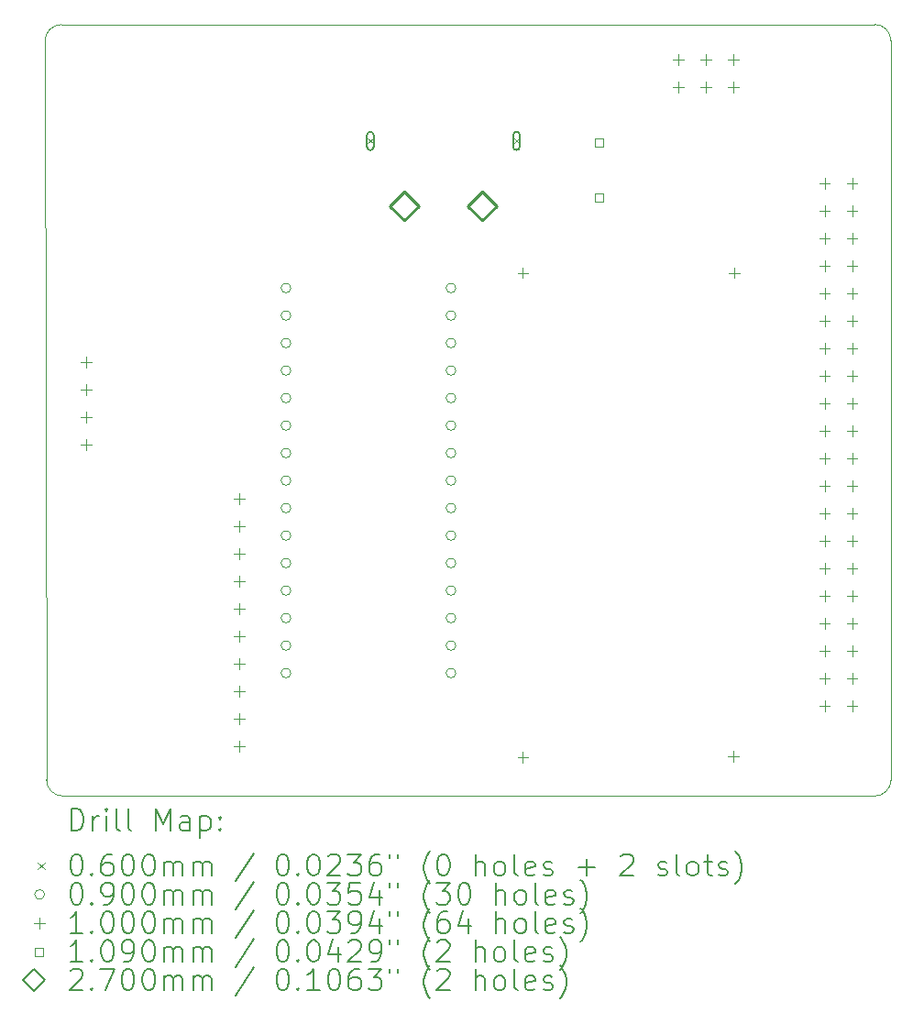
<source format=gbr>
%TF.GenerationSoftware,KiCad,Pcbnew,7.0.2-0*%
%TF.CreationDate,2024-01-24T17:58:35-05:00*%
%TF.ProjectId,Pi_HAT_V4_Simple,50695f48-4154-45f5-9634-5f53696d706c,rev?*%
%TF.SameCoordinates,Original*%
%TF.FileFunction,Drillmap*%
%TF.FilePolarity,Positive*%
%FSLAX45Y45*%
G04 Gerber Fmt 4.5, Leading zero omitted, Abs format (unit mm)*
G04 Created by KiCad (PCBNEW 7.0.2-0) date 2024-01-24 17:58:35*
%MOMM*%
%LPD*%
G01*
G04 APERTURE LIST*
%ADD10C,0.100000*%
%ADD11C,0.200000*%
%ADD12C,0.060000*%
%ADD13C,0.090000*%
%ADD14C,0.109000*%
%ADD15C,0.270000*%
G04 APERTURE END LIST*
D10*
X8051186Y-6475113D02*
X15562739Y-6473750D01*
X8051186Y-6475113D02*
G75*
G03*
X7900053Y-6626250I4J-151137D01*
G01*
X7913987Y-13450000D02*
X7900053Y-6626250D01*
X15564173Y-13598934D02*
G75*
G03*
X15714173Y-13448934I-4J150004D01*
G01*
X15712739Y-6623750D02*
X15714173Y-13448934D01*
X7913987Y-13450000D02*
G75*
G03*
X8063987Y-13600000I150000J0D01*
G01*
X15712739Y-6623750D02*
G75*
G03*
X15562739Y-6473750I-150000J0D01*
G01*
X15564173Y-13598934D02*
X8063987Y-13600000D01*
D11*
D12*
X10874860Y-7518920D02*
X10934860Y-7578920D01*
X10934860Y-7518920D02*
X10874860Y-7578920D01*
D11*
X10874860Y-7493920D02*
X10874860Y-7603920D01*
X10874860Y-7603920D02*
G75*
G03*
X10934860Y-7603920I30000J0D01*
G01*
X10934860Y-7603920D02*
X10934860Y-7493920D01*
X10934860Y-7493920D02*
G75*
G03*
X10874860Y-7493920I-30000J0D01*
G01*
D12*
X12224860Y-7518920D02*
X12284860Y-7578920D01*
X12284860Y-7518920D02*
X12224860Y-7578920D01*
D11*
X12224860Y-7493920D02*
X12224860Y-7603920D01*
X12224860Y-7603920D02*
G75*
G03*
X12284860Y-7603920I30000J0D01*
G01*
X12284860Y-7603920D02*
X12284860Y-7493920D01*
X12284860Y-7493920D02*
G75*
G03*
X12224860Y-7493920I-30000J0D01*
G01*
D13*
X10170230Y-8907780D02*
G75*
G03*
X10170230Y-8907780I-45000J0D01*
G01*
X10170230Y-9161780D02*
G75*
G03*
X10170230Y-9161780I-45000J0D01*
G01*
X10170230Y-9415780D02*
G75*
G03*
X10170230Y-9415780I-45000J0D01*
G01*
X10170230Y-9669780D02*
G75*
G03*
X10170230Y-9669780I-45000J0D01*
G01*
X10170230Y-9923780D02*
G75*
G03*
X10170230Y-9923780I-45000J0D01*
G01*
X10170230Y-10177780D02*
G75*
G03*
X10170230Y-10177780I-45000J0D01*
G01*
X10170230Y-10431780D02*
G75*
G03*
X10170230Y-10431780I-45000J0D01*
G01*
X10170230Y-10685780D02*
G75*
G03*
X10170230Y-10685780I-45000J0D01*
G01*
X10170230Y-10939780D02*
G75*
G03*
X10170230Y-10939780I-45000J0D01*
G01*
X10170230Y-11193780D02*
G75*
G03*
X10170230Y-11193780I-45000J0D01*
G01*
X10170230Y-11447780D02*
G75*
G03*
X10170230Y-11447780I-45000J0D01*
G01*
X10170230Y-11701780D02*
G75*
G03*
X10170230Y-11701780I-45000J0D01*
G01*
X10170230Y-11955780D02*
G75*
G03*
X10170230Y-11955780I-45000J0D01*
G01*
X10170230Y-12209780D02*
G75*
G03*
X10170230Y-12209780I-45000J0D01*
G01*
X10170230Y-12463780D02*
G75*
G03*
X10170230Y-12463780I-45000J0D01*
G01*
X11694230Y-8907780D02*
G75*
G03*
X11694230Y-8907780I-45000J0D01*
G01*
X11694230Y-9161780D02*
G75*
G03*
X11694230Y-9161780I-45000J0D01*
G01*
X11694230Y-9415780D02*
G75*
G03*
X11694230Y-9415780I-45000J0D01*
G01*
X11694230Y-9669780D02*
G75*
G03*
X11694230Y-9669780I-45000J0D01*
G01*
X11694230Y-9923780D02*
G75*
G03*
X11694230Y-9923780I-45000J0D01*
G01*
X11694230Y-10177780D02*
G75*
G03*
X11694230Y-10177780I-45000J0D01*
G01*
X11694230Y-10431780D02*
G75*
G03*
X11694230Y-10431780I-45000J0D01*
G01*
X11694230Y-10685780D02*
G75*
G03*
X11694230Y-10685780I-45000J0D01*
G01*
X11694230Y-10939780D02*
G75*
G03*
X11694230Y-10939780I-45000J0D01*
G01*
X11694230Y-11193780D02*
G75*
G03*
X11694230Y-11193780I-45000J0D01*
G01*
X11694230Y-11447780D02*
G75*
G03*
X11694230Y-11447780I-45000J0D01*
G01*
X11694230Y-11701780D02*
G75*
G03*
X11694230Y-11701780I-45000J0D01*
G01*
X11694230Y-11955780D02*
G75*
G03*
X11694230Y-11955780I-45000J0D01*
G01*
X11694230Y-12209780D02*
G75*
G03*
X11694230Y-12209780I-45000J0D01*
G01*
X11694230Y-12463780D02*
G75*
G03*
X11694230Y-12463780I-45000J0D01*
G01*
D10*
X8282940Y-9543580D02*
X8282940Y-9643580D01*
X8232940Y-9593580D02*
X8332940Y-9593580D01*
X8282940Y-9797580D02*
X8282940Y-9897580D01*
X8232940Y-9847580D02*
X8332940Y-9847580D01*
X8282940Y-10051580D02*
X8282940Y-10151580D01*
X8232940Y-10101580D02*
X8332940Y-10101580D01*
X8282940Y-10305580D02*
X8282940Y-10405580D01*
X8232940Y-10355580D02*
X8332940Y-10355580D01*
X9695680Y-10804380D02*
X9695680Y-10904380D01*
X9645680Y-10854380D02*
X9745680Y-10854380D01*
X9695680Y-11058380D02*
X9695680Y-11158380D01*
X9645680Y-11108380D02*
X9745680Y-11108380D01*
X9695680Y-11312380D02*
X9695680Y-11412380D01*
X9645680Y-11362380D02*
X9745680Y-11362380D01*
X9695680Y-11566380D02*
X9695680Y-11666380D01*
X9645680Y-11616380D02*
X9745680Y-11616380D01*
X9695680Y-11820380D02*
X9695680Y-11920380D01*
X9645680Y-11870380D02*
X9745680Y-11870380D01*
X9695680Y-12074380D02*
X9695680Y-12174380D01*
X9645680Y-12124380D02*
X9745680Y-12124380D01*
X9695680Y-12328380D02*
X9695680Y-12428380D01*
X9645680Y-12378380D02*
X9745680Y-12378380D01*
X9695680Y-12582380D02*
X9695680Y-12682380D01*
X9645680Y-12632380D02*
X9745680Y-12632380D01*
X9695680Y-12836380D02*
X9695680Y-12936380D01*
X9645680Y-12886380D02*
X9745680Y-12886380D01*
X9695680Y-13090380D02*
X9695680Y-13190380D01*
X9645680Y-13140380D02*
X9745680Y-13140380D01*
X12314360Y-8717260D02*
X12314360Y-8817260D01*
X12264360Y-8767260D02*
X12364360Y-8767260D01*
X12314360Y-13192260D02*
X12314360Y-13292260D01*
X12264360Y-13242260D02*
X12364360Y-13242260D01*
X13747500Y-6748500D02*
X13747500Y-6848500D01*
X13697500Y-6798500D02*
X13797500Y-6798500D01*
X13747500Y-7002500D02*
X13747500Y-7102500D01*
X13697500Y-7052500D02*
X13797500Y-7052500D01*
X14001500Y-6748500D02*
X14001500Y-6848500D01*
X13951500Y-6798500D02*
X14051500Y-6798500D01*
X14001500Y-7002500D02*
X14001500Y-7102500D01*
X13951500Y-7052500D02*
X14051500Y-7052500D01*
X14255500Y-6748500D02*
X14255500Y-6848500D01*
X14205500Y-6798500D02*
X14305500Y-6798500D01*
X14255500Y-7002500D02*
X14255500Y-7102500D01*
X14205500Y-7052500D02*
X14305500Y-7052500D01*
X14259560Y-13180860D02*
X14259560Y-13280860D01*
X14209560Y-13230860D02*
X14309560Y-13230860D01*
X14264360Y-8717260D02*
X14264360Y-8817260D01*
X14214360Y-8767260D02*
X14314360Y-8767260D01*
X15100000Y-7890000D02*
X15100000Y-7990000D01*
X15050000Y-7940000D02*
X15150000Y-7940000D01*
X15100000Y-8144000D02*
X15100000Y-8244000D01*
X15050000Y-8194000D02*
X15150000Y-8194000D01*
X15100000Y-8398000D02*
X15100000Y-8498000D01*
X15050000Y-8448000D02*
X15150000Y-8448000D01*
X15100000Y-8652000D02*
X15100000Y-8752000D01*
X15050000Y-8702000D02*
X15150000Y-8702000D01*
X15100000Y-8906000D02*
X15100000Y-9006000D01*
X15050000Y-8956000D02*
X15150000Y-8956000D01*
X15100000Y-9160000D02*
X15100000Y-9260000D01*
X15050000Y-9210000D02*
X15150000Y-9210000D01*
X15100000Y-9414000D02*
X15100000Y-9514000D01*
X15050000Y-9464000D02*
X15150000Y-9464000D01*
X15100000Y-9668000D02*
X15100000Y-9768000D01*
X15050000Y-9718000D02*
X15150000Y-9718000D01*
X15100000Y-9922000D02*
X15100000Y-10022000D01*
X15050000Y-9972000D02*
X15150000Y-9972000D01*
X15100000Y-10176000D02*
X15100000Y-10276000D01*
X15050000Y-10226000D02*
X15150000Y-10226000D01*
X15100000Y-10430000D02*
X15100000Y-10530000D01*
X15050000Y-10480000D02*
X15150000Y-10480000D01*
X15100000Y-10684000D02*
X15100000Y-10784000D01*
X15050000Y-10734000D02*
X15150000Y-10734000D01*
X15100000Y-10938000D02*
X15100000Y-11038000D01*
X15050000Y-10988000D02*
X15150000Y-10988000D01*
X15100000Y-11192000D02*
X15100000Y-11292000D01*
X15050000Y-11242000D02*
X15150000Y-11242000D01*
X15100000Y-11446000D02*
X15100000Y-11546000D01*
X15050000Y-11496000D02*
X15150000Y-11496000D01*
X15100000Y-11700000D02*
X15100000Y-11800000D01*
X15050000Y-11750000D02*
X15150000Y-11750000D01*
X15100000Y-11954000D02*
X15100000Y-12054000D01*
X15050000Y-12004000D02*
X15150000Y-12004000D01*
X15100000Y-12208000D02*
X15100000Y-12308000D01*
X15050000Y-12258000D02*
X15150000Y-12258000D01*
X15100000Y-12462000D02*
X15100000Y-12562000D01*
X15050000Y-12512000D02*
X15150000Y-12512000D01*
X15100000Y-12716000D02*
X15100000Y-12816000D01*
X15050000Y-12766000D02*
X15150000Y-12766000D01*
X15354000Y-7890000D02*
X15354000Y-7990000D01*
X15304000Y-7940000D02*
X15404000Y-7940000D01*
X15354000Y-8144000D02*
X15354000Y-8244000D01*
X15304000Y-8194000D02*
X15404000Y-8194000D01*
X15354000Y-8398000D02*
X15354000Y-8498000D01*
X15304000Y-8448000D02*
X15404000Y-8448000D01*
X15354000Y-8652000D02*
X15354000Y-8752000D01*
X15304000Y-8702000D02*
X15404000Y-8702000D01*
X15354000Y-8906000D02*
X15354000Y-9006000D01*
X15304000Y-8956000D02*
X15404000Y-8956000D01*
X15354000Y-9160000D02*
X15354000Y-9260000D01*
X15304000Y-9210000D02*
X15404000Y-9210000D01*
X15354000Y-9414000D02*
X15354000Y-9514000D01*
X15304000Y-9464000D02*
X15404000Y-9464000D01*
X15354000Y-9668000D02*
X15354000Y-9768000D01*
X15304000Y-9718000D02*
X15404000Y-9718000D01*
X15354000Y-9922000D02*
X15354000Y-10022000D01*
X15304000Y-9972000D02*
X15404000Y-9972000D01*
X15354000Y-10176000D02*
X15354000Y-10276000D01*
X15304000Y-10226000D02*
X15404000Y-10226000D01*
X15354000Y-10430000D02*
X15354000Y-10530000D01*
X15304000Y-10480000D02*
X15404000Y-10480000D01*
X15354000Y-10684000D02*
X15354000Y-10784000D01*
X15304000Y-10734000D02*
X15404000Y-10734000D01*
X15354000Y-10938000D02*
X15354000Y-11038000D01*
X15304000Y-10988000D02*
X15404000Y-10988000D01*
X15354000Y-11192000D02*
X15354000Y-11292000D01*
X15304000Y-11242000D02*
X15404000Y-11242000D01*
X15354000Y-11446000D02*
X15354000Y-11546000D01*
X15304000Y-11496000D02*
X15404000Y-11496000D01*
X15354000Y-11700000D02*
X15354000Y-11800000D01*
X15304000Y-11750000D02*
X15404000Y-11750000D01*
X15354000Y-11954000D02*
X15354000Y-12054000D01*
X15304000Y-12004000D02*
X15404000Y-12004000D01*
X15354000Y-12208000D02*
X15354000Y-12308000D01*
X15304000Y-12258000D02*
X15404000Y-12258000D01*
X15354000Y-12462000D02*
X15354000Y-12562000D01*
X15304000Y-12512000D02*
X15404000Y-12512000D01*
X15354000Y-12716000D02*
X15354000Y-12816000D01*
X15304000Y-12766000D02*
X15404000Y-12766000D01*
D14*
X13053498Y-7605198D02*
X13053498Y-7528122D01*
X12976422Y-7528122D01*
X12976422Y-7605198D01*
X13053498Y-7605198D01*
X13053498Y-8113198D02*
X13053498Y-8036122D01*
X12976422Y-8036122D01*
X12976422Y-8113198D01*
X13053498Y-8113198D01*
D15*
X11219860Y-8283920D02*
X11354860Y-8148920D01*
X11219860Y-8013920D01*
X11084860Y-8148920D01*
X11219860Y-8283920D01*
X11939860Y-8283920D02*
X12074860Y-8148920D01*
X11939860Y-8013920D01*
X11804860Y-8148920D01*
X11939860Y-8283920D01*
D11*
X8142672Y-13917524D02*
X8142672Y-13717524D01*
X8142672Y-13717524D02*
X8190291Y-13717524D01*
X8190291Y-13717524D02*
X8218862Y-13727048D01*
X8218862Y-13727048D02*
X8237910Y-13746095D01*
X8237910Y-13746095D02*
X8247434Y-13765143D01*
X8247434Y-13765143D02*
X8256958Y-13803238D01*
X8256958Y-13803238D02*
X8256958Y-13831809D01*
X8256958Y-13831809D02*
X8247434Y-13869905D01*
X8247434Y-13869905D02*
X8237910Y-13888952D01*
X8237910Y-13888952D02*
X8218862Y-13908000D01*
X8218862Y-13908000D02*
X8190291Y-13917524D01*
X8190291Y-13917524D02*
X8142672Y-13917524D01*
X8342672Y-13917524D02*
X8342672Y-13784190D01*
X8342672Y-13822286D02*
X8352196Y-13803238D01*
X8352196Y-13803238D02*
X8361720Y-13793714D01*
X8361720Y-13793714D02*
X8380767Y-13784190D01*
X8380767Y-13784190D02*
X8399815Y-13784190D01*
X8466482Y-13917524D02*
X8466482Y-13784190D01*
X8466482Y-13717524D02*
X8456958Y-13727048D01*
X8456958Y-13727048D02*
X8466482Y-13736571D01*
X8466482Y-13736571D02*
X8476005Y-13727048D01*
X8476005Y-13727048D02*
X8466482Y-13717524D01*
X8466482Y-13717524D02*
X8466482Y-13736571D01*
X8590291Y-13917524D02*
X8571243Y-13908000D01*
X8571243Y-13908000D02*
X8561720Y-13888952D01*
X8561720Y-13888952D02*
X8561720Y-13717524D01*
X8695053Y-13917524D02*
X8676005Y-13908000D01*
X8676005Y-13908000D02*
X8666482Y-13888952D01*
X8666482Y-13888952D02*
X8666482Y-13717524D01*
X8923624Y-13917524D02*
X8923624Y-13717524D01*
X8923624Y-13717524D02*
X8990291Y-13860381D01*
X8990291Y-13860381D02*
X9056958Y-13717524D01*
X9056958Y-13717524D02*
X9056958Y-13917524D01*
X9237910Y-13917524D02*
X9237910Y-13812762D01*
X9237910Y-13812762D02*
X9228386Y-13793714D01*
X9228386Y-13793714D02*
X9209339Y-13784190D01*
X9209339Y-13784190D02*
X9171243Y-13784190D01*
X9171243Y-13784190D02*
X9152196Y-13793714D01*
X9237910Y-13908000D02*
X9218863Y-13917524D01*
X9218863Y-13917524D02*
X9171243Y-13917524D01*
X9171243Y-13917524D02*
X9152196Y-13908000D01*
X9152196Y-13908000D02*
X9142672Y-13888952D01*
X9142672Y-13888952D02*
X9142672Y-13869905D01*
X9142672Y-13869905D02*
X9152196Y-13850857D01*
X9152196Y-13850857D02*
X9171243Y-13841333D01*
X9171243Y-13841333D02*
X9218863Y-13841333D01*
X9218863Y-13841333D02*
X9237910Y-13831809D01*
X9333148Y-13784190D02*
X9333148Y-13984190D01*
X9333148Y-13793714D02*
X9352196Y-13784190D01*
X9352196Y-13784190D02*
X9390291Y-13784190D01*
X9390291Y-13784190D02*
X9409339Y-13793714D01*
X9409339Y-13793714D02*
X9418863Y-13803238D01*
X9418863Y-13803238D02*
X9428386Y-13822286D01*
X9428386Y-13822286D02*
X9428386Y-13879428D01*
X9428386Y-13879428D02*
X9418863Y-13898476D01*
X9418863Y-13898476D02*
X9409339Y-13908000D01*
X9409339Y-13908000D02*
X9390291Y-13917524D01*
X9390291Y-13917524D02*
X9352196Y-13917524D01*
X9352196Y-13917524D02*
X9333148Y-13908000D01*
X9514101Y-13898476D02*
X9523624Y-13908000D01*
X9523624Y-13908000D02*
X9514101Y-13917524D01*
X9514101Y-13917524D02*
X9504577Y-13908000D01*
X9504577Y-13908000D02*
X9514101Y-13898476D01*
X9514101Y-13898476D02*
X9514101Y-13917524D01*
X9514101Y-13793714D02*
X9523624Y-13803238D01*
X9523624Y-13803238D02*
X9514101Y-13812762D01*
X9514101Y-13812762D02*
X9504577Y-13803238D01*
X9504577Y-13803238D02*
X9514101Y-13793714D01*
X9514101Y-13793714D02*
X9514101Y-13812762D01*
D12*
X7835053Y-14215000D02*
X7895053Y-14275000D01*
X7895053Y-14215000D02*
X7835053Y-14275000D01*
D11*
X8180767Y-14137524D02*
X8199815Y-14137524D01*
X8199815Y-14137524D02*
X8218862Y-14147048D01*
X8218862Y-14147048D02*
X8228386Y-14156571D01*
X8228386Y-14156571D02*
X8237910Y-14175619D01*
X8237910Y-14175619D02*
X8247434Y-14213714D01*
X8247434Y-14213714D02*
X8247434Y-14261333D01*
X8247434Y-14261333D02*
X8237910Y-14299428D01*
X8237910Y-14299428D02*
X8228386Y-14318476D01*
X8228386Y-14318476D02*
X8218862Y-14328000D01*
X8218862Y-14328000D02*
X8199815Y-14337524D01*
X8199815Y-14337524D02*
X8180767Y-14337524D01*
X8180767Y-14337524D02*
X8161720Y-14328000D01*
X8161720Y-14328000D02*
X8152196Y-14318476D01*
X8152196Y-14318476D02*
X8142672Y-14299428D01*
X8142672Y-14299428D02*
X8133148Y-14261333D01*
X8133148Y-14261333D02*
X8133148Y-14213714D01*
X8133148Y-14213714D02*
X8142672Y-14175619D01*
X8142672Y-14175619D02*
X8152196Y-14156571D01*
X8152196Y-14156571D02*
X8161720Y-14147048D01*
X8161720Y-14147048D02*
X8180767Y-14137524D01*
X8333148Y-14318476D02*
X8342672Y-14328000D01*
X8342672Y-14328000D02*
X8333148Y-14337524D01*
X8333148Y-14337524D02*
X8323624Y-14328000D01*
X8323624Y-14328000D02*
X8333148Y-14318476D01*
X8333148Y-14318476D02*
X8333148Y-14337524D01*
X8514101Y-14137524D02*
X8476005Y-14137524D01*
X8476005Y-14137524D02*
X8456958Y-14147048D01*
X8456958Y-14147048D02*
X8447434Y-14156571D01*
X8447434Y-14156571D02*
X8428386Y-14185143D01*
X8428386Y-14185143D02*
X8418863Y-14223238D01*
X8418863Y-14223238D02*
X8418863Y-14299428D01*
X8418863Y-14299428D02*
X8428386Y-14318476D01*
X8428386Y-14318476D02*
X8437910Y-14328000D01*
X8437910Y-14328000D02*
X8456958Y-14337524D01*
X8456958Y-14337524D02*
X8495053Y-14337524D01*
X8495053Y-14337524D02*
X8514101Y-14328000D01*
X8514101Y-14328000D02*
X8523624Y-14318476D01*
X8523624Y-14318476D02*
X8533148Y-14299428D01*
X8533148Y-14299428D02*
X8533148Y-14251809D01*
X8533148Y-14251809D02*
X8523624Y-14232762D01*
X8523624Y-14232762D02*
X8514101Y-14223238D01*
X8514101Y-14223238D02*
X8495053Y-14213714D01*
X8495053Y-14213714D02*
X8456958Y-14213714D01*
X8456958Y-14213714D02*
X8437910Y-14223238D01*
X8437910Y-14223238D02*
X8428386Y-14232762D01*
X8428386Y-14232762D02*
X8418863Y-14251809D01*
X8656958Y-14137524D02*
X8676005Y-14137524D01*
X8676005Y-14137524D02*
X8695053Y-14147048D01*
X8695053Y-14147048D02*
X8704577Y-14156571D01*
X8704577Y-14156571D02*
X8714101Y-14175619D01*
X8714101Y-14175619D02*
X8723624Y-14213714D01*
X8723624Y-14213714D02*
X8723624Y-14261333D01*
X8723624Y-14261333D02*
X8714101Y-14299428D01*
X8714101Y-14299428D02*
X8704577Y-14318476D01*
X8704577Y-14318476D02*
X8695053Y-14328000D01*
X8695053Y-14328000D02*
X8676005Y-14337524D01*
X8676005Y-14337524D02*
X8656958Y-14337524D01*
X8656958Y-14337524D02*
X8637910Y-14328000D01*
X8637910Y-14328000D02*
X8628386Y-14318476D01*
X8628386Y-14318476D02*
X8618863Y-14299428D01*
X8618863Y-14299428D02*
X8609339Y-14261333D01*
X8609339Y-14261333D02*
X8609339Y-14213714D01*
X8609339Y-14213714D02*
X8618863Y-14175619D01*
X8618863Y-14175619D02*
X8628386Y-14156571D01*
X8628386Y-14156571D02*
X8637910Y-14147048D01*
X8637910Y-14147048D02*
X8656958Y-14137524D01*
X8847434Y-14137524D02*
X8866482Y-14137524D01*
X8866482Y-14137524D02*
X8885529Y-14147048D01*
X8885529Y-14147048D02*
X8895053Y-14156571D01*
X8895053Y-14156571D02*
X8904577Y-14175619D01*
X8904577Y-14175619D02*
X8914101Y-14213714D01*
X8914101Y-14213714D02*
X8914101Y-14261333D01*
X8914101Y-14261333D02*
X8904577Y-14299428D01*
X8904577Y-14299428D02*
X8895053Y-14318476D01*
X8895053Y-14318476D02*
X8885529Y-14328000D01*
X8885529Y-14328000D02*
X8866482Y-14337524D01*
X8866482Y-14337524D02*
X8847434Y-14337524D01*
X8847434Y-14337524D02*
X8828386Y-14328000D01*
X8828386Y-14328000D02*
X8818863Y-14318476D01*
X8818863Y-14318476D02*
X8809339Y-14299428D01*
X8809339Y-14299428D02*
X8799815Y-14261333D01*
X8799815Y-14261333D02*
X8799815Y-14213714D01*
X8799815Y-14213714D02*
X8809339Y-14175619D01*
X8809339Y-14175619D02*
X8818863Y-14156571D01*
X8818863Y-14156571D02*
X8828386Y-14147048D01*
X8828386Y-14147048D02*
X8847434Y-14137524D01*
X8999815Y-14337524D02*
X8999815Y-14204190D01*
X8999815Y-14223238D02*
X9009339Y-14213714D01*
X9009339Y-14213714D02*
X9028386Y-14204190D01*
X9028386Y-14204190D02*
X9056958Y-14204190D01*
X9056958Y-14204190D02*
X9076005Y-14213714D01*
X9076005Y-14213714D02*
X9085529Y-14232762D01*
X9085529Y-14232762D02*
X9085529Y-14337524D01*
X9085529Y-14232762D02*
X9095053Y-14213714D01*
X9095053Y-14213714D02*
X9114101Y-14204190D01*
X9114101Y-14204190D02*
X9142672Y-14204190D01*
X9142672Y-14204190D02*
X9161720Y-14213714D01*
X9161720Y-14213714D02*
X9171244Y-14232762D01*
X9171244Y-14232762D02*
X9171244Y-14337524D01*
X9266482Y-14337524D02*
X9266482Y-14204190D01*
X9266482Y-14223238D02*
X9276005Y-14213714D01*
X9276005Y-14213714D02*
X9295053Y-14204190D01*
X9295053Y-14204190D02*
X9323625Y-14204190D01*
X9323625Y-14204190D02*
X9342672Y-14213714D01*
X9342672Y-14213714D02*
X9352196Y-14232762D01*
X9352196Y-14232762D02*
X9352196Y-14337524D01*
X9352196Y-14232762D02*
X9361720Y-14213714D01*
X9361720Y-14213714D02*
X9380767Y-14204190D01*
X9380767Y-14204190D02*
X9409339Y-14204190D01*
X9409339Y-14204190D02*
X9428386Y-14213714D01*
X9428386Y-14213714D02*
X9437910Y-14232762D01*
X9437910Y-14232762D02*
X9437910Y-14337524D01*
X9828386Y-14128000D02*
X9656958Y-14385143D01*
X10085529Y-14137524D02*
X10104577Y-14137524D01*
X10104577Y-14137524D02*
X10123625Y-14147048D01*
X10123625Y-14147048D02*
X10133148Y-14156571D01*
X10133148Y-14156571D02*
X10142672Y-14175619D01*
X10142672Y-14175619D02*
X10152196Y-14213714D01*
X10152196Y-14213714D02*
X10152196Y-14261333D01*
X10152196Y-14261333D02*
X10142672Y-14299428D01*
X10142672Y-14299428D02*
X10133148Y-14318476D01*
X10133148Y-14318476D02*
X10123625Y-14328000D01*
X10123625Y-14328000D02*
X10104577Y-14337524D01*
X10104577Y-14337524D02*
X10085529Y-14337524D01*
X10085529Y-14337524D02*
X10066482Y-14328000D01*
X10066482Y-14328000D02*
X10056958Y-14318476D01*
X10056958Y-14318476D02*
X10047434Y-14299428D01*
X10047434Y-14299428D02*
X10037910Y-14261333D01*
X10037910Y-14261333D02*
X10037910Y-14213714D01*
X10037910Y-14213714D02*
X10047434Y-14175619D01*
X10047434Y-14175619D02*
X10056958Y-14156571D01*
X10056958Y-14156571D02*
X10066482Y-14147048D01*
X10066482Y-14147048D02*
X10085529Y-14137524D01*
X10237910Y-14318476D02*
X10247434Y-14328000D01*
X10247434Y-14328000D02*
X10237910Y-14337524D01*
X10237910Y-14337524D02*
X10228387Y-14328000D01*
X10228387Y-14328000D02*
X10237910Y-14318476D01*
X10237910Y-14318476D02*
X10237910Y-14337524D01*
X10371244Y-14137524D02*
X10390291Y-14137524D01*
X10390291Y-14137524D02*
X10409339Y-14147048D01*
X10409339Y-14147048D02*
X10418863Y-14156571D01*
X10418863Y-14156571D02*
X10428387Y-14175619D01*
X10428387Y-14175619D02*
X10437910Y-14213714D01*
X10437910Y-14213714D02*
X10437910Y-14261333D01*
X10437910Y-14261333D02*
X10428387Y-14299428D01*
X10428387Y-14299428D02*
X10418863Y-14318476D01*
X10418863Y-14318476D02*
X10409339Y-14328000D01*
X10409339Y-14328000D02*
X10390291Y-14337524D01*
X10390291Y-14337524D02*
X10371244Y-14337524D01*
X10371244Y-14337524D02*
X10352196Y-14328000D01*
X10352196Y-14328000D02*
X10342672Y-14318476D01*
X10342672Y-14318476D02*
X10333148Y-14299428D01*
X10333148Y-14299428D02*
X10323625Y-14261333D01*
X10323625Y-14261333D02*
X10323625Y-14213714D01*
X10323625Y-14213714D02*
X10333148Y-14175619D01*
X10333148Y-14175619D02*
X10342672Y-14156571D01*
X10342672Y-14156571D02*
X10352196Y-14147048D01*
X10352196Y-14147048D02*
X10371244Y-14137524D01*
X10514101Y-14156571D02*
X10523625Y-14147048D01*
X10523625Y-14147048D02*
X10542672Y-14137524D01*
X10542672Y-14137524D02*
X10590291Y-14137524D01*
X10590291Y-14137524D02*
X10609339Y-14147048D01*
X10609339Y-14147048D02*
X10618863Y-14156571D01*
X10618863Y-14156571D02*
X10628387Y-14175619D01*
X10628387Y-14175619D02*
X10628387Y-14194667D01*
X10628387Y-14194667D02*
X10618863Y-14223238D01*
X10618863Y-14223238D02*
X10504577Y-14337524D01*
X10504577Y-14337524D02*
X10628387Y-14337524D01*
X10695053Y-14137524D02*
X10818863Y-14137524D01*
X10818863Y-14137524D02*
X10752196Y-14213714D01*
X10752196Y-14213714D02*
X10780768Y-14213714D01*
X10780768Y-14213714D02*
X10799815Y-14223238D01*
X10799815Y-14223238D02*
X10809339Y-14232762D01*
X10809339Y-14232762D02*
X10818863Y-14251809D01*
X10818863Y-14251809D02*
X10818863Y-14299428D01*
X10818863Y-14299428D02*
X10809339Y-14318476D01*
X10809339Y-14318476D02*
X10799815Y-14328000D01*
X10799815Y-14328000D02*
X10780768Y-14337524D01*
X10780768Y-14337524D02*
X10723625Y-14337524D01*
X10723625Y-14337524D02*
X10704577Y-14328000D01*
X10704577Y-14328000D02*
X10695053Y-14318476D01*
X10990291Y-14137524D02*
X10952196Y-14137524D01*
X10952196Y-14137524D02*
X10933148Y-14147048D01*
X10933148Y-14147048D02*
X10923625Y-14156571D01*
X10923625Y-14156571D02*
X10904577Y-14185143D01*
X10904577Y-14185143D02*
X10895053Y-14223238D01*
X10895053Y-14223238D02*
X10895053Y-14299428D01*
X10895053Y-14299428D02*
X10904577Y-14318476D01*
X10904577Y-14318476D02*
X10914101Y-14328000D01*
X10914101Y-14328000D02*
X10933148Y-14337524D01*
X10933148Y-14337524D02*
X10971244Y-14337524D01*
X10971244Y-14337524D02*
X10990291Y-14328000D01*
X10990291Y-14328000D02*
X10999815Y-14318476D01*
X10999815Y-14318476D02*
X11009339Y-14299428D01*
X11009339Y-14299428D02*
X11009339Y-14251809D01*
X11009339Y-14251809D02*
X10999815Y-14232762D01*
X10999815Y-14232762D02*
X10990291Y-14223238D01*
X10990291Y-14223238D02*
X10971244Y-14213714D01*
X10971244Y-14213714D02*
X10933148Y-14213714D01*
X10933148Y-14213714D02*
X10914101Y-14223238D01*
X10914101Y-14223238D02*
X10904577Y-14232762D01*
X10904577Y-14232762D02*
X10895053Y-14251809D01*
X11085529Y-14137524D02*
X11085529Y-14175619D01*
X11161720Y-14137524D02*
X11161720Y-14175619D01*
X11456958Y-14413714D02*
X11447434Y-14404190D01*
X11447434Y-14404190D02*
X11428387Y-14375619D01*
X11428387Y-14375619D02*
X11418863Y-14356571D01*
X11418863Y-14356571D02*
X11409339Y-14328000D01*
X11409339Y-14328000D02*
X11399815Y-14280381D01*
X11399815Y-14280381D02*
X11399815Y-14242286D01*
X11399815Y-14242286D02*
X11409339Y-14194667D01*
X11409339Y-14194667D02*
X11418863Y-14166095D01*
X11418863Y-14166095D02*
X11428387Y-14147048D01*
X11428387Y-14147048D02*
X11447434Y-14118476D01*
X11447434Y-14118476D02*
X11456958Y-14108952D01*
X11571244Y-14137524D02*
X11590291Y-14137524D01*
X11590291Y-14137524D02*
X11609339Y-14147048D01*
X11609339Y-14147048D02*
X11618863Y-14156571D01*
X11618863Y-14156571D02*
X11628387Y-14175619D01*
X11628387Y-14175619D02*
X11637910Y-14213714D01*
X11637910Y-14213714D02*
X11637910Y-14261333D01*
X11637910Y-14261333D02*
X11628387Y-14299428D01*
X11628387Y-14299428D02*
X11618863Y-14318476D01*
X11618863Y-14318476D02*
X11609339Y-14328000D01*
X11609339Y-14328000D02*
X11590291Y-14337524D01*
X11590291Y-14337524D02*
X11571244Y-14337524D01*
X11571244Y-14337524D02*
X11552196Y-14328000D01*
X11552196Y-14328000D02*
X11542672Y-14318476D01*
X11542672Y-14318476D02*
X11533148Y-14299428D01*
X11533148Y-14299428D02*
X11523625Y-14261333D01*
X11523625Y-14261333D02*
X11523625Y-14213714D01*
X11523625Y-14213714D02*
X11533148Y-14175619D01*
X11533148Y-14175619D02*
X11542672Y-14156571D01*
X11542672Y-14156571D02*
X11552196Y-14147048D01*
X11552196Y-14147048D02*
X11571244Y-14137524D01*
X11876006Y-14337524D02*
X11876006Y-14137524D01*
X11961720Y-14337524D02*
X11961720Y-14232762D01*
X11961720Y-14232762D02*
X11952196Y-14213714D01*
X11952196Y-14213714D02*
X11933149Y-14204190D01*
X11933149Y-14204190D02*
X11904577Y-14204190D01*
X11904577Y-14204190D02*
X11885529Y-14213714D01*
X11885529Y-14213714D02*
X11876006Y-14223238D01*
X12085529Y-14337524D02*
X12066482Y-14328000D01*
X12066482Y-14328000D02*
X12056958Y-14318476D01*
X12056958Y-14318476D02*
X12047434Y-14299428D01*
X12047434Y-14299428D02*
X12047434Y-14242286D01*
X12047434Y-14242286D02*
X12056958Y-14223238D01*
X12056958Y-14223238D02*
X12066482Y-14213714D01*
X12066482Y-14213714D02*
X12085529Y-14204190D01*
X12085529Y-14204190D02*
X12114101Y-14204190D01*
X12114101Y-14204190D02*
X12133149Y-14213714D01*
X12133149Y-14213714D02*
X12142672Y-14223238D01*
X12142672Y-14223238D02*
X12152196Y-14242286D01*
X12152196Y-14242286D02*
X12152196Y-14299428D01*
X12152196Y-14299428D02*
X12142672Y-14318476D01*
X12142672Y-14318476D02*
X12133149Y-14328000D01*
X12133149Y-14328000D02*
X12114101Y-14337524D01*
X12114101Y-14337524D02*
X12085529Y-14337524D01*
X12266482Y-14337524D02*
X12247434Y-14328000D01*
X12247434Y-14328000D02*
X12237910Y-14308952D01*
X12237910Y-14308952D02*
X12237910Y-14137524D01*
X12418863Y-14328000D02*
X12399815Y-14337524D01*
X12399815Y-14337524D02*
X12361720Y-14337524D01*
X12361720Y-14337524D02*
X12342672Y-14328000D01*
X12342672Y-14328000D02*
X12333149Y-14308952D01*
X12333149Y-14308952D02*
X12333149Y-14232762D01*
X12333149Y-14232762D02*
X12342672Y-14213714D01*
X12342672Y-14213714D02*
X12361720Y-14204190D01*
X12361720Y-14204190D02*
X12399815Y-14204190D01*
X12399815Y-14204190D02*
X12418863Y-14213714D01*
X12418863Y-14213714D02*
X12428387Y-14232762D01*
X12428387Y-14232762D02*
X12428387Y-14251809D01*
X12428387Y-14251809D02*
X12333149Y-14270857D01*
X12504577Y-14328000D02*
X12523625Y-14337524D01*
X12523625Y-14337524D02*
X12561720Y-14337524D01*
X12561720Y-14337524D02*
X12580768Y-14328000D01*
X12580768Y-14328000D02*
X12590291Y-14308952D01*
X12590291Y-14308952D02*
X12590291Y-14299428D01*
X12590291Y-14299428D02*
X12580768Y-14280381D01*
X12580768Y-14280381D02*
X12561720Y-14270857D01*
X12561720Y-14270857D02*
X12533149Y-14270857D01*
X12533149Y-14270857D02*
X12514101Y-14261333D01*
X12514101Y-14261333D02*
X12504577Y-14242286D01*
X12504577Y-14242286D02*
X12504577Y-14232762D01*
X12504577Y-14232762D02*
X12514101Y-14213714D01*
X12514101Y-14213714D02*
X12533149Y-14204190D01*
X12533149Y-14204190D02*
X12561720Y-14204190D01*
X12561720Y-14204190D02*
X12580768Y-14213714D01*
X12828387Y-14261333D02*
X12980768Y-14261333D01*
X12904577Y-14337524D02*
X12904577Y-14185143D01*
X13218863Y-14156571D02*
X13228387Y-14147048D01*
X13228387Y-14147048D02*
X13247434Y-14137524D01*
X13247434Y-14137524D02*
X13295053Y-14137524D01*
X13295053Y-14137524D02*
X13314101Y-14147048D01*
X13314101Y-14147048D02*
X13323625Y-14156571D01*
X13323625Y-14156571D02*
X13333149Y-14175619D01*
X13333149Y-14175619D02*
X13333149Y-14194667D01*
X13333149Y-14194667D02*
X13323625Y-14223238D01*
X13323625Y-14223238D02*
X13209339Y-14337524D01*
X13209339Y-14337524D02*
X13333149Y-14337524D01*
X13561720Y-14328000D02*
X13580768Y-14337524D01*
X13580768Y-14337524D02*
X13618863Y-14337524D01*
X13618863Y-14337524D02*
X13637911Y-14328000D01*
X13637911Y-14328000D02*
X13647434Y-14308952D01*
X13647434Y-14308952D02*
X13647434Y-14299428D01*
X13647434Y-14299428D02*
X13637911Y-14280381D01*
X13637911Y-14280381D02*
X13618863Y-14270857D01*
X13618863Y-14270857D02*
X13590292Y-14270857D01*
X13590292Y-14270857D02*
X13571244Y-14261333D01*
X13571244Y-14261333D02*
X13561720Y-14242286D01*
X13561720Y-14242286D02*
X13561720Y-14232762D01*
X13561720Y-14232762D02*
X13571244Y-14213714D01*
X13571244Y-14213714D02*
X13590292Y-14204190D01*
X13590292Y-14204190D02*
X13618863Y-14204190D01*
X13618863Y-14204190D02*
X13637911Y-14213714D01*
X13761720Y-14337524D02*
X13742673Y-14328000D01*
X13742673Y-14328000D02*
X13733149Y-14308952D01*
X13733149Y-14308952D02*
X13733149Y-14137524D01*
X13866482Y-14337524D02*
X13847434Y-14328000D01*
X13847434Y-14328000D02*
X13837911Y-14318476D01*
X13837911Y-14318476D02*
X13828387Y-14299428D01*
X13828387Y-14299428D02*
X13828387Y-14242286D01*
X13828387Y-14242286D02*
X13837911Y-14223238D01*
X13837911Y-14223238D02*
X13847434Y-14213714D01*
X13847434Y-14213714D02*
X13866482Y-14204190D01*
X13866482Y-14204190D02*
X13895054Y-14204190D01*
X13895054Y-14204190D02*
X13914101Y-14213714D01*
X13914101Y-14213714D02*
X13923625Y-14223238D01*
X13923625Y-14223238D02*
X13933149Y-14242286D01*
X13933149Y-14242286D02*
X13933149Y-14299428D01*
X13933149Y-14299428D02*
X13923625Y-14318476D01*
X13923625Y-14318476D02*
X13914101Y-14328000D01*
X13914101Y-14328000D02*
X13895054Y-14337524D01*
X13895054Y-14337524D02*
X13866482Y-14337524D01*
X13990292Y-14204190D02*
X14066482Y-14204190D01*
X14018863Y-14137524D02*
X14018863Y-14308952D01*
X14018863Y-14308952D02*
X14028387Y-14328000D01*
X14028387Y-14328000D02*
X14047434Y-14337524D01*
X14047434Y-14337524D02*
X14066482Y-14337524D01*
X14123625Y-14328000D02*
X14142673Y-14337524D01*
X14142673Y-14337524D02*
X14180768Y-14337524D01*
X14180768Y-14337524D02*
X14199815Y-14328000D01*
X14199815Y-14328000D02*
X14209339Y-14308952D01*
X14209339Y-14308952D02*
X14209339Y-14299428D01*
X14209339Y-14299428D02*
X14199815Y-14280381D01*
X14199815Y-14280381D02*
X14180768Y-14270857D01*
X14180768Y-14270857D02*
X14152196Y-14270857D01*
X14152196Y-14270857D02*
X14133149Y-14261333D01*
X14133149Y-14261333D02*
X14123625Y-14242286D01*
X14123625Y-14242286D02*
X14123625Y-14232762D01*
X14123625Y-14232762D02*
X14133149Y-14213714D01*
X14133149Y-14213714D02*
X14152196Y-14204190D01*
X14152196Y-14204190D02*
X14180768Y-14204190D01*
X14180768Y-14204190D02*
X14199815Y-14213714D01*
X14276006Y-14413714D02*
X14285530Y-14404190D01*
X14285530Y-14404190D02*
X14304577Y-14375619D01*
X14304577Y-14375619D02*
X14314101Y-14356571D01*
X14314101Y-14356571D02*
X14323625Y-14328000D01*
X14323625Y-14328000D02*
X14333149Y-14280381D01*
X14333149Y-14280381D02*
X14333149Y-14242286D01*
X14333149Y-14242286D02*
X14323625Y-14194667D01*
X14323625Y-14194667D02*
X14314101Y-14166095D01*
X14314101Y-14166095D02*
X14304577Y-14147048D01*
X14304577Y-14147048D02*
X14285530Y-14118476D01*
X14285530Y-14118476D02*
X14276006Y-14108952D01*
D13*
X7895053Y-14509000D02*
G75*
G03*
X7895053Y-14509000I-45000J0D01*
G01*
D11*
X8180767Y-14401524D02*
X8199815Y-14401524D01*
X8199815Y-14401524D02*
X8218862Y-14411048D01*
X8218862Y-14411048D02*
X8228386Y-14420571D01*
X8228386Y-14420571D02*
X8237910Y-14439619D01*
X8237910Y-14439619D02*
X8247434Y-14477714D01*
X8247434Y-14477714D02*
X8247434Y-14525333D01*
X8247434Y-14525333D02*
X8237910Y-14563428D01*
X8237910Y-14563428D02*
X8228386Y-14582476D01*
X8228386Y-14582476D02*
X8218862Y-14592000D01*
X8218862Y-14592000D02*
X8199815Y-14601524D01*
X8199815Y-14601524D02*
X8180767Y-14601524D01*
X8180767Y-14601524D02*
X8161720Y-14592000D01*
X8161720Y-14592000D02*
X8152196Y-14582476D01*
X8152196Y-14582476D02*
X8142672Y-14563428D01*
X8142672Y-14563428D02*
X8133148Y-14525333D01*
X8133148Y-14525333D02*
X8133148Y-14477714D01*
X8133148Y-14477714D02*
X8142672Y-14439619D01*
X8142672Y-14439619D02*
X8152196Y-14420571D01*
X8152196Y-14420571D02*
X8161720Y-14411048D01*
X8161720Y-14411048D02*
X8180767Y-14401524D01*
X8333148Y-14582476D02*
X8342672Y-14592000D01*
X8342672Y-14592000D02*
X8333148Y-14601524D01*
X8333148Y-14601524D02*
X8323624Y-14592000D01*
X8323624Y-14592000D02*
X8333148Y-14582476D01*
X8333148Y-14582476D02*
X8333148Y-14601524D01*
X8437910Y-14601524D02*
X8476005Y-14601524D01*
X8476005Y-14601524D02*
X8495053Y-14592000D01*
X8495053Y-14592000D02*
X8504577Y-14582476D01*
X8504577Y-14582476D02*
X8523624Y-14553905D01*
X8523624Y-14553905D02*
X8533148Y-14515809D01*
X8533148Y-14515809D02*
X8533148Y-14439619D01*
X8533148Y-14439619D02*
X8523624Y-14420571D01*
X8523624Y-14420571D02*
X8514101Y-14411048D01*
X8514101Y-14411048D02*
X8495053Y-14401524D01*
X8495053Y-14401524D02*
X8456958Y-14401524D01*
X8456958Y-14401524D02*
X8437910Y-14411048D01*
X8437910Y-14411048D02*
X8428386Y-14420571D01*
X8428386Y-14420571D02*
X8418863Y-14439619D01*
X8418863Y-14439619D02*
X8418863Y-14487238D01*
X8418863Y-14487238D02*
X8428386Y-14506286D01*
X8428386Y-14506286D02*
X8437910Y-14515809D01*
X8437910Y-14515809D02*
X8456958Y-14525333D01*
X8456958Y-14525333D02*
X8495053Y-14525333D01*
X8495053Y-14525333D02*
X8514101Y-14515809D01*
X8514101Y-14515809D02*
X8523624Y-14506286D01*
X8523624Y-14506286D02*
X8533148Y-14487238D01*
X8656958Y-14401524D02*
X8676005Y-14401524D01*
X8676005Y-14401524D02*
X8695053Y-14411048D01*
X8695053Y-14411048D02*
X8704577Y-14420571D01*
X8704577Y-14420571D02*
X8714101Y-14439619D01*
X8714101Y-14439619D02*
X8723624Y-14477714D01*
X8723624Y-14477714D02*
X8723624Y-14525333D01*
X8723624Y-14525333D02*
X8714101Y-14563428D01*
X8714101Y-14563428D02*
X8704577Y-14582476D01*
X8704577Y-14582476D02*
X8695053Y-14592000D01*
X8695053Y-14592000D02*
X8676005Y-14601524D01*
X8676005Y-14601524D02*
X8656958Y-14601524D01*
X8656958Y-14601524D02*
X8637910Y-14592000D01*
X8637910Y-14592000D02*
X8628386Y-14582476D01*
X8628386Y-14582476D02*
X8618863Y-14563428D01*
X8618863Y-14563428D02*
X8609339Y-14525333D01*
X8609339Y-14525333D02*
X8609339Y-14477714D01*
X8609339Y-14477714D02*
X8618863Y-14439619D01*
X8618863Y-14439619D02*
X8628386Y-14420571D01*
X8628386Y-14420571D02*
X8637910Y-14411048D01*
X8637910Y-14411048D02*
X8656958Y-14401524D01*
X8847434Y-14401524D02*
X8866482Y-14401524D01*
X8866482Y-14401524D02*
X8885529Y-14411048D01*
X8885529Y-14411048D02*
X8895053Y-14420571D01*
X8895053Y-14420571D02*
X8904577Y-14439619D01*
X8904577Y-14439619D02*
X8914101Y-14477714D01*
X8914101Y-14477714D02*
X8914101Y-14525333D01*
X8914101Y-14525333D02*
X8904577Y-14563428D01*
X8904577Y-14563428D02*
X8895053Y-14582476D01*
X8895053Y-14582476D02*
X8885529Y-14592000D01*
X8885529Y-14592000D02*
X8866482Y-14601524D01*
X8866482Y-14601524D02*
X8847434Y-14601524D01*
X8847434Y-14601524D02*
X8828386Y-14592000D01*
X8828386Y-14592000D02*
X8818863Y-14582476D01*
X8818863Y-14582476D02*
X8809339Y-14563428D01*
X8809339Y-14563428D02*
X8799815Y-14525333D01*
X8799815Y-14525333D02*
X8799815Y-14477714D01*
X8799815Y-14477714D02*
X8809339Y-14439619D01*
X8809339Y-14439619D02*
X8818863Y-14420571D01*
X8818863Y-14420571D02*
X8828386Y-14411048D01*
X8828386Y-14411048D02*
X8847434Y-14401524D01*
X8999815Y-14601524D02*
X8999815Y-14468190D01*
X8999815Y-14487238D02*
X9009339Y-14477714D01*
X9009339Y-14477714D02*
X9028386Y-14468190D01*
X9028386Y-14468190D02*
X9056958Y-14468190D01*
X9056958Y-14468190D02*
X9076005Y-14477714D01*
X9076005Y-14477714D02*
X9085529Y-14496762D01*
X9085529Y-14496762D02*
X9085529Y-14601524D01*
X9085529Y-14496762D02*
X9095053Y-14477714D01*
X9095053Y-14477714D02*
X9114101Y-14468190D01*
X9114101Y-14468190D02*
X9142672Y-14468190D01*
X9142672Y-14468190D02*
X9161720Y-14477714D01*
X9161720Y-14477714D02*
X9171244Y-14496762D01*
X9171244Y-14496762D02*
X9171244Y-14601524D01*
X9266482Y-14601524D02*
X9266482Y-14468190D01*
X9266482Y-14487238D02*
X9276005Y-14477714D01*
X9276005Y-14477714D02*
X9295053Y-14468190D01*
X9295053Y-14468190D02*
X9323625Y-14468190D01*
X9323625Y-14468190D02*
X9342672Y-14477714D01*
X9342672Y-14477714D02*
X9352196Y-14496762D01*
X9352196Y-14496762D02*
X9352196Y-14601524D01*
X9352196Y-14496762D02*
X9361720Y-14477714D01*
X9361720Y-14477714D02*
X9380767Y-14468190D01*
X9380767Y-14468190D02*
X9409339Y-14468190D01*
X9409339Y-14468190D02*
X9428386Y-14477714D01*
X9428386Y-14477714D02*
X9437910Y-14496762D01*
X9437910Y-14496762D02*
X9437910Y-14601524D01*
X9828386Y-14392000D02*
X9656958Y-14649143D01*
X10085529Y-14401524D02*
X10104577Y-14401524D01*
X10104577Y-14401524D02*
X10123625Y-14411048D01*
X10123625Y-14411048D02*
X10133148Y-14420571D01*
X10133148Y-14420571D02*
X10142672Y-14439619D01*
X10142672Y-14439619D02*
X10152196Y-14477714D01*
X10152196Y-14477714D02*
X10152196Y-14525333D01*
X10152196Y-14525333D02*
X10142672Y-14563428D01*
X10142672Y-14563428D02*
X10133148Y-14582476D01*
X10133148Y-14582476D02*
X10123625Y-14592000D01*
X10123625Y-14592000D02*
X10104577Y-14601524D01*
X10104577Y-14601524D02*
X10085529Y-14601524D01*
X10085529Y-14601524D02*
X10066482Y-14592000D01*
X10066482Y-14592000D02*
X10056958Y-14582476D01*
X10056958Y-14582476D02*
X10047434Y-14563428D01*
X10047434Y-14563428D02*
X10037910Y-14525333D01*
X10037910Y-14525333D02*
X10037910Y-14477714D01*
X10037910Y-14477714D02*
X10047434Y-14439619D01*
X10047434Y-14439619D02*
X10056958Y-14420571D01*
X10056958Y-14420571D02*
X10066482Y-14411048D01*
X10066482Y-14411048D02*
X10085529Y-14401524D01*
X10237910Y-14582476D02*
X10247434Y-14592000D01*
X10247434Y-14592000D02*
X10237910Y-14601524D01*
X10237910Y-14601524D02*
X10228387Y-14592000D01*
X10228387Y-14592000D02*
X10237910Y-14582476D01*
X10237910Y-14582476D02*
X10237910Y-14601524D01*
X10371244Y-14401524D02*
X10390291Y-14401524D01*
X10390291Y-14401524D02*
X10409339Y-14411048D01*
X10409339Y-14411048D02*
X10418863Y-14420571D01*
X10418863Y-14420571D02*
X10428387Y-14439619D01*
X10428387Y-14439619D02*
X10437910Y-14477714D01*
X10437910Y-14477714D02*
X10437910Y-14525333D01*
X10437910Y-14525333D02*
X10428387Y-14563428D01*
X10428387Y-14563428D02*
X10418863Y-14582476D01*
X10418863Y-14582476D02*
X10409339Y-14592000D01*
X10409339Y-14592000D02*
X10390291Y-14601524D01*
X10390291Y-14601524D02*
X10371244Y-14601524D01*
X10371244Y-14601524D02*
X10352196Y-14592000D01*
X10352196Y-14592000D02*
X10342672Y-14582476D01*
X10342672Y-14582476D02*
X10333148Y-14563428D01*
X10333148Y-14563428D02*
X10323625Y-14525333D01*
X10323625Y-14525333D02*
X10323625Y-14477714D01*
X10323625Y-14477714D02*
X10333148Y-14439619D01*
X10333148Y-14439619D02*
X10342672Y-14420571D01*
X10342672Y-14420571D02*
X10352196Y-14411048D01*
X10352196Y-14411048D02*
X10371244Y-14401524D01*
X10504577Y-14401524D02*
X10628387Y-14401524D01*
X10628387Y-14401524D02*
X10561720Y-14477714D01*
X10561720Y-14477714D02*
X10590291Y-14477714D01*
X10590291Y-14477714D02*
X10609339Y-14487238D01*
X10609339Y-14487238D02*
X10618863Y-14496762D01*
X10618863Y-14496762D02*
X10628387Y-14515809D01*
X10628387Y-14515809D02*
X10628387Y-14563428D01*
X10628387Y-14563428D02*
X10618863Y-14582476D01*
X10618863Y-14582476D02*
X10609339Y-14592000D01*
X10609339Y-14592000D02*
X10590291Y-14601524D01*
X10590291Y-14601524D02*
X10533148Y-14601524D01*
X10533148Y-14601524D02*
X10514101Y-14592000D01*
X10514101Y-14592000D02*
X10504577Y-14582476D01*
X10809339Y-14401524D02*
X10714101Y-14401524D01*
X10714101Y-14401524D02*
X10704577Y-14496762D01*
X10704577Y-14496762D02*
X10714101Y-14487238D01*
X10714101Y-14487238D02*
X10733148Y-14477714D01*
X10733148Y-14477714D02*
X10780768Y-14477714D01*
X10780768Y-14477714D02*
X10799815Y-14487238D01*
X10799815Y-14487238D02*
X10809339Y-14496762D01*
X10809339Y-14496762D02*
X10818863Y-14515809D01*
X10818863Y-14515809D02*
X10818863Y-14563428D01*
X10818863Y-14563428D02*
X10809339Y-14582476D01*
X10809339Y-14582476D02*
X10799815Y-14592000D01*
X10799815Y-14592000D02*
X10780768Y-14601524D01*
X10780768Y-14601524D02*
X10733148Y-14601524D01*
X10733148Y-14601524D02*
X10714101Y-14592000D01*
X10714101Y-14592000D02*
X10704577Y-14582476D01*
X10990291Y-14468190D02*
X10990291Y-14601524D01*
X10942672Y-14392000D02*
X10895053Y-14534857D01*
X10895053Y-14534857D02*
X11018863Y-14534857D01*
X11085529Y-14401524D02*
X11085529Y-14439619D01*
X11161720Y-14401524D02*
X11161720Y-14439619D01*
X11456958Y-14677714D02*
X11447434Y-14668190D01*
X11447434Y-14668190D02*
X11428387Y-14639619D01*
X11428387Y-14639619D02*
X11418863Y-14620571D01*
X11418863Y-14620571D02*
X11409339Y-14592000D01*
X11409339Y-14592000D02*
X11399815Y-14544381D01*
X11399815Y-14544381D02*
X11399815Y-14506286D01*
X11399815Y-14506286D02*
X11409339Y-14458667D01*
X11409339Y-14458667D02*
X11418863Y-14430095D01*
X11418863Y-14430095D02*
X11428387Y-14411048D01*
X11428387Y-14411048D02*
X11447434Y-14382476D01*
X11447434Y-14382476D02*
X11456958Y-14372952D01*
X11514101Y-14401524D02*
X11637910Y-14401524D01*
X11637910Y-14401524D02*
X11571244Y-14477714D01*
X11571244Y-14477714D02*
X11599815Y-14477714D01*
X11599815Y-14477714D02*
X11618863Y-14487238D01*
X11618863Y-14487238D02*
X11628387Y-14496762D01*
X11628387Y-14496762D02*
X11637910Y-14515809D01*
X11637910Y-14515809D02*
X11637910Y-14563428D01*
X11637910Y-14563428D02*
X11628387Y-14582476D01*
X11628387Y-14582476D02*
X11618863Y-14592000D01*
X11618863Y-14592000D02*
X11599815Y-14601524D01*
X11599815Y-14601524D02*
X11542672Y-14601524D01*
X11542672Y-14601524D02*
X11523625Y-14592000D01*
X11523625Y-14592000D02*
X11514101Y-14582476D01*
X11761720Y-14401524D02*
X11780768Y-14401524D01*
X11780768Y-14401524D02*
X11799815Y-14411048D01*
X11799815Y-14411048D02*
X11809339Y-14420571D01*
X11809339Y-14420571D02*
X11818863Y-14439619D01*
X11818863Y-14439619D02*
X11828387Y-14477714D01*
X11828387Y-14477714D02*
X11828387Y-14525333D01*
X11828387Y-14525333D02*
X11818863Y-14563428D01*
X11818863Y-14563428D02*
X11809339Y-14582476D01*
X11809339Y-14582476D02*
X11799815Y-14592000D01*
X11799815Y-14592000D02*
X11780768Y-14601524D01*
X11780768Y-14601524D02*
X11761720Y-14601524D01*
X11761720Y-14601524D02*
X11742672Y-14592000D01*
X11742672Y-14592000D02*
X11733148Y-14582476D01*
X11733148Y-14582476D02*
X11723625Y-14563428D01*
X11723625Y-14563428D02*
X11714101Y-14525333D01*
X11714101Y-14525333D02*
X11714101Y-14477714D01*
X11714101Y-14477714D02*
X11723625Y-14439619D01*
X11723625Y-14439619D02*
X11733148Y-14420571D01*
X11733148Y-14420571D02*
X11742672Y-14411048D01*
X11742672Y-14411048D02*
X11761720Y-14401524D01*
X12066482Y-14601524D02*
X12066482Y-14401524D01*
X12152196Y-14601524D02*
X12152196Y-14496762D01*
X12152196Y-14496762D02*
X12142672Y-14477714D01*
X12142672Y-14477714D02*
X12123625Y-14468190D01*
X12123625Y-14468190D02*
X12095053Y-14468190D01*
X12095053Y-14468190D02*
X12076006Y-14477714D01*
X12076006Y-14477714D02*
X12066482Y-14487238D01*
X12276006Y-14601524D02*
X12256958Y-14592000D01*
X12256958Y-14592000D02*
X12247434Y-14582476D01*
X12247434Y-14582476D02*
X12237910Y-14563428D01*
X12237910Y-14563428D02*
X12237910Y-14506286D01*
X12237910Y-14506286D02*
X12247434Y-14487238D01*
X12247434Y-14487238D02*
X12256958Y-14477714D01*
X12256958Y-14477714D02*
X12276006Y-14468190D01*
X12276006Y-14468190D02*
X12304577Y-14468190D01*
X12304577Y-14468190D02*
X12323625Y-14477714D01*
X12323625Y-14477714D02*
X12333149Y-14487238D01*
X12333149Y-14487238D02*
X12342672Y-14506286D01*
X12342672Y-14506286D02*
X12342672Y-14563428D01*
X12342672Y-14563428D02*
X12333149Y-14582476D01*
X12333149Y-14582476D02*
X12323625Y-14592000D01*
X12323625Y-14592000D02*
X12304577Y-14601524D01*
X12304577Y-14601524D02*
X12276006Y-14601524D01*
X12456958Y-14601524D02*
X12437910Y-14592000D01*
X12437910Y-14592000D02*
X12428387Y-14572952D01*
X12428387Y-14572952D02*
X12428387Y-14401524D01*
X12609339Y-14592000D02*
X12590291Y-14601524D01*
X12590291Y-14601524D02*
X12552196Y-14601524D01*
X12552196Y-14601524D02*
X12533149Y-14592000D01*
X12533149Y-14592000D02*
X12523625Y-14572952D01*
X12523625Y-14572952D02*
X12523625Y-14496762D01*
X12523625Y-14496762D02*
X12533149Y-14477714D01*
X12533149Y-14477714D02*
X12552196Y-14468190D01*
X12552196Y-14468190D02*
X12590291Y-14468190D01*
X12590291Y-14468190D02*
X12609339Y-14477714D01*
X12609339Y-14477714D02*
X12618863Y-14496762D01*
X12618863Y-14496762D02*
X12618863Y-14515809D01*
X12618863Y-14515809D02*
X12523625Y-14534857D01*
X12695053Y-14592000D02*
X12714101Y-14601524D01*
X12714101Y-14601524D02*
X12752196Y-14601524D01*
X12752196Y-14601524D02*
X12771244Y-14592000D01*
X12771244Y-14592000D02*
X12780768Y-14572952D01*
X12780768Y-14572952D02*
X12780768Y-14563428D01*
X12780768Y-14563428D02*
X12771244Y-14544381D01*
X12771244Y-14544381D02*
X12752196Y-14534857D01*
X12752196Y-14534857D02*
X12723625Y-14534857D01*
X12723625Y-14534857D02*
X12704577Y-14525333D01*
X12704577Y-14525333D02*
X12695053Y-14506286D01*
X12695053Y-14506286D02*
X12695053Y-14496762D01*
X12695053Y-14496762D02*
X12704577Y-14477714D01*
X12704577Y-14477714D02*
X12723625Y-14468190D01*
X12723625Y-14468190D02*
X12752196Y-14468190D01*
X12752196Y-14468190D02*
X12771244Y-14477714D01*
X12847434Y-14677714D02*
X12856958Y-14668190D01*
X12856958Y-14668190D02*
X12876006Y-14639619D01*
X12876006Y-14639619D02*
X12885530Y-14620571D01*
X12885530Y-14620571D02*
X12895053Y-14592000D01*
X12895053Y-14592000D02*
X12904577Y-14544381D01*
X12904577Y-14544381D02*
X12904577Y-14506286D01*
X12904577Y-14506286D02*
X12895053Y-14458667D01*
X12895053Y-14458667D02*
X12885530Y-14430095D01*
X12885530Y-14430095D02*
X12876006Y-14411048D01*
X12876006Y-14411048D02*
X12856958Y-14382476D01*
X12856958Y-14382476D02*
X12847434Y-14372952D01*
D10*
X7845053Y-14723000D02*
X7845053Y-14823000D01*
X7795053Y-14773000D02*
X7895053Y-14773000D01*
D11*
X8247434Y-14865524D02*
X8133148Y-14865524D01*
X8190291Y-14865524D02*
X8190291Y-14665524D01*
X8190291Y-14665524D02*
X8171243Y-14694095D01*
X8171243Y-14694095D02*
X8152196Y-14713143D01*
X8152196Y-14713143D02*
X8133148Y-14722667D01*
X8333148Y-14846476D02*
X8342672Y-14856000D01*
X8342672Y-14856000D02*
X8333148Y-14865524D01*
X8333148Y-14865524D02*
X8323624Y-14856000D01*
X8323624Y-14856000D02*
X8333148Y-14846476D01*
X8333148Y-14846476D02*
X8333148Y-14865524D01*
X8466482Y-14665524D02*
X8485529Y-14665524D01*
X8485529Y-14665524D02*
X8504577Y-14675048D01*
X8504577Y-14675048D02*
X8514101Y-14684571D01*
X8514101Y-14684571D02*
X8523624Y-14703619D01*
X8523624Y-14703619D02*
X8533148Y-14741714D01*
X8533148Y-14741714D02*
X8533148Y-14789333D01*
X8533148Y-14789333D02*
X8523624Y-14827428D01*
X8523624Y-14827428D02*
X8514101Y-14846476D01*
X8514101Y-14846476D02*
X8504577Y-14856000D01*
X8504577Y-14856000D02*
X8485529Y-14865524D01*
X8485529Y-14865524D02*
X8466482Y-14865524D01*
X8466482Y-14865524D02*
X8447434Y-14856000D01*
X8447434Y-14856000D02*
X8437910Y-14846476D01*
X8437910Y-14846476D02*
X8428386Y-14827428D01*
X8428386Y-14827428D02*
X8418863Y-14789333D01*
X8418863Y-14789333D02*
X8418863Y-14741714D01*
X8418863Y-14741714D02*
X8428386Y-14703619D01*
X8428386Y-14703619D02*
X8437910Y-14684571D01*
X8437910Y-14684571D02*
X8447434Y-14675048D01*
X8447434Y-14675048D02*
X8466482Y-14665524D01*
X8656958Y-14665524D02*
X8676005Y-14665524D01*
X8676005Y-14665524D02*
X8695053Y-14675048D01*
X8695053Y-14675048D02*
X8704577Y-14684571D01*
X8704577Y-14684571D02*
X8714101Y-14703619D01*
X8714101Y-14703619D02*
X8723624Y-14741714D01*
X8723624Y-14741714D02*
X8723624Y-14789333D01*
X8723624Y-14789333D02*
X8714101Y-14827428D01*
X8714101Y-14827428D02*
X8704577Y-14846476D01*
X8704577Y-14846476D02*
X8695053Y-14856000D01*
X8695053Y-14856000D02*
X8676005Y-14865524D01*
X8676005Y-14865524D02*
X8656958Y-14865524D01*
X8656958Y-14865524D02*
X8637910Y-14856000D01*
X8637910Y-14856000D02*
X8628386Y-14846476D01*
X8628386Y-14846476D02*
X8618863Y-14827428D01*
X8618863Y-14827428D02*
X8609339Y-14789333D01*
X8609339Y-14789333D02*
X8609339Y-14741714D01*
X8609339Y-14741714D02*
X8618863Y-14703619D01*
X8618863Y-14703619D02*
X8628386Y-14684571D01*
X8628386Y-14684571D02*
X8637910Y-14675048D01*
X8637910Y-14675048D02*
X8656958Y-14665524D01*
X8847434Y-14665524D02*
X8866482Y-14665524D01*
X8866482Y-14665524D02*
X8885529Y-14675048D01*
X8885529Y-14675048D02*
X8895053Y-14684571D01*
X8895053Y-14684571D02*
X8904577Y-14703619D01*
X8904577Y-14703619D02*
X8914101Y-14741714D01*
X8914101Y-14741714D02*
X8914101Y-14789333D01*
X8914101Y-14789333D02*
X8904577Y-14827428D01*
X8904577Y-14827428D02*
X8895053Y-14846476D01*
X8895053Y-14846476D02*
X8885529Y-14856000D01*
X8885529Y-14856000D02*
X8866482Y-14865524D01*
X8866482Y-14865524D02*
X8847434Y-14865524D01*
X8847434Y-14865524D02*
X8828386Y-14856000D01*
X8828386Y-14856000D02*
X8818863Y-14846476D01*
X8818863Y-14846476D02*
X8809339Y-14827428D01*
X8809339Y-14827428D02*
X8799815Y-14789333D01*
X8799815Y-14789333D02*
X8799815Y-14741714D01*
X8799815Y-14741714D02*
X8809339Y-14703619D01*
X8809339Y-14703619D02*
X8818863Y-14684571D01*
X8818863Y-14684571D02*
X8828386Y-14675048D01*
X8828386Y-14675048D02*
X8847434Y-14665524D01*
X8999815Y-14865524D02*
X8999815Y-14732190D01*
X8999815Y-14751238D02*
X9009339Y-14741714D01*
X9009339Y-14741714D02*
X9028386Y-14732190D01*
X9028386Y-14732190D02*
X9056958Y-14732190D01*
X9056958Y-14732190D02*
X9076005Y-14741714D01*
X9076005Y-14741714D02*
X9085529Y-14760762D01*
X9085529Y-14760762D02*
X9085529Y-14865524D01*
X9085529Y-14760762D02*
X9095053Y-14741714D01*
X9095053Y-14741714D02*
X9114101Y-14732190D01*
X9114101Y-14732190D02*
X9142672Y-14732190D01*
X9142672Y-14732190D02*
X9161720Y-14741714D01*
X9161720Y-14741714D02*
X9171244Y-14760762D01*
X9171244Y-14760762D02*
X9171244Y-14865524D01*
X9266482Y-14865524D02*
X9266482Y-14732190D01*
X9266482Y-14751238D02*
X9276005Y-14741714D01*
X9276005Y-14741714D02*
X9295053Y-14732190D01*
X9295053Y-14732190D02*
X9323625Y-14732190D01*
X9323625Y-14732190D02*
X9342672Y-14741714D01*
X9342672Y-14741714D02*
X9352196Y-14760762D01*
X9352196Y-14760762D02*
X9352196Y-14865524D01*
X9352196Y-14760762D02*
X9361720Y-14741714D01*
X9361720Y-14741714D02*
X9380767Y-14732190D01*
X9380767Y-14732190D02*
X9409339Y-14732190D01*
X9409339Y-14732190D02*
X9428386Y-14741714D01*
X9428386Y-14741714D02*
X9437910Y-14760762D01*
X9437910Y-14760762D02*
X9437910Y-14865524D01*
X9828386Y-14656000D02*
X9656958Y-14913143D01*
X10085529Y-14665524D02*
X10104577Y-14665524D01*
X10104577Y-14665524D02*
X10123625Y-14675048D01*
X10123625Y-14675048D02*
X10133148Y-14684571D01*
X10133148Y-14684571D02*
X10142672Y-14703619D01*
X10142672Y-14703619D02*
X10152196Y-14741714D01*
X10152196Y-14741714D02*
X10152196Y-14789333D01*
X10152196Y-14789333D02*
X10142672Y-14827428D01*
X10142672Y-14827428D02*
X10133148Y-14846476D01*
X10133148Y-14846476D02*
X10123625Y-14856000D01*
X10123625Y-14856000D02*
X10104577Y-14865524D01*
X10104577Y-14865524D02*
X10085529Y-14865524D01*
X10085529Y-14865524D02*
X10066482Y-14856000D01*
X10066482Y-14856000D02*
X10056958Y-14846476D01*
X10056958Y-14846476D02*
X10047434Y-14827428D01*
X10047434Y-14827428D02*
X10037910Y-14789333D01*
X10037910Y-14789333D02*
X10037910Y-14741714D01*
X10037910Y-14741714D02*
X10047434Y-14703619D01*
X10047434Y-14703619D02*
X10056958Y-14684571D01*
X10056958Y-14684571D02*
X10066482Y-14675048D01*
X10066482Y-14675048D02*
X10085529Y-14665524D01*
X10237910Y-14846476D02*
X10247434Y-14856000D01*
X10247434Y-14856000D02*
X10237910Y-14865524D01*
X10237910Y-14865524D02*
X10228387Y-14856000D01*
X10228387Y-14856000D02*
X10237910Y-14846476D01*
X10237910Y-14846476D02*
X10237910Y-14865524D01*
X10371244Y-14665524D02*
X10390291Y-14665524D01*
X10390291Y-14665524D02*
X10409339Y-14675048D01*
X10409339Y-14675048D02*
X10418863Y-14684571D01*
X10418863Y-14684571D02*
X10428387Y-14703619D01*
X10428387Y-14703619D02*
X10437910Y-14741714D01*
X10437910Y-14741714D02*
X10437910Y-14789333D01*
X10437910Y-14789333D02*
X10428387Y-14827428D01*
X10428387Y-14827428D02*
X10418863Y-14846476D01*
X10418863Y-14846476D02*
X10409339Y-14856000D01*
X10409339Y-14856000D02*
X10390291Y-14865524D01*
X10390291Y-14865524D02*
X10371244Y-14865524D01*
X10371244Y-14865524D02*
X10352196Y-14856000D01*
X10352196Y-14856000D02*
X10342672Y-14846476D01*
X10342672Y-14846476D02*
X10333148Y-14827428D01*
X10333148Y-14827428D02*
X10323625Y-14789333D01*
X10323625Y-14789333D02*
X10323625Y-14741714D01*
X10323625Y-14741714D02*
X10333148Y-14703619D01*
X10333148Y-14703619D02*
X10342672Y-14684571D01*
X10342672Y-14684571D02*
X10352196Y-14675048D01*
X10352196Y-14675048D02*
X10371244Y-14665524D01*
X10504577Y-14665524D02*
X10628387Y-14665524D01*
X10628387Y-14665524D02*
X10561720Y-14741714D01*
X10561720Y-14741714D02*
X10590291Y-14741714D01*
X10590291Y-14741714D02*
X10609339Y-14751238D01*
X10609339Y-14751238D02*
X10618863Y-14760762D01*
X10618863Y-14760762D02*
X10628387Y-14779809D01*
X10628387Y-14779809D02*
X10628387Y-14827428D01*
X10628387Y-14827428D02*
X10618863Y-14846476D01*
X10618863Y-14846476D02*
X10609339Y-14856000D01*
X10609339Y-14856000D02*
X10590291Y-14865524D01*
X10590291Y-14865524D02*
X10533148Y-14865524D01*
X10533148Y-14865524D02*
X10514101Y-14856000D01*
X10514101Y-14856000D02*
X10504577Y-14846476D01*
X10723625Y-14865524D02*
X10761720Y-14865524D01*
X10761720Y-14865524D02*
X10780768Y-14856000D01*
X10780768Y-14856000D02*
X10790291Y-14846476D01*
X10790291Y-14846476D02*
X10809339Y-14817905D01*
X10809339Y-14817905D02*
X10818863Y-14779809D01*
X10818863Y-14779809D02*
X10818863Y-14703619D01*
X10818863Y-14703619D02*
X10809339Y-14684571D01*
X10809339Y-14684571D02*
X10799815Y-14675048D01*
X10799815Y-14675048D02*
X10780768Y-14665524D01*
X10780768Y-14665524D02*
X10742672Y-14665524D01*
X10742672Y-14665524D02*
X10723625Y-14675048D01*
X10723625Y-14675048D02*
X10714101Y-14684571D01*
X10714101Y-14684571D02*
X10704577Y-14703619D01*
X10704577Y-14703619D02*
X10704577Y-14751238D01*
X10704577Y-14751238D02*
X10714101Y-14770286D01*
X10714101Y-14770286D02*
X10723625Y-14779809D01*
X10723625Y-14779809D02*
X10742672Y-14789333D01*
X10742672Y-14789333D02*
X10780768Y-14789333D01*
X10780768Y-14789333D02*
X10799815Y-14779809D01*
X10799815Y-14779809D02*
X10809339Y-14770286D01*
X10809339Y-14770286D02*
X10818863Y-14751238D01*
X10990291Y-14732190D02*
X10990291Y-14865524D01*
X10942672Y-14656000D02*
X10895053Y-14798857D01*
X10895053Y-14798857D02*
X11018863Y-14798857D01*
X11085529Y-14665524D02*
X11085529Y-14703619D01*
X11161720Y-14665524D02*
X11161720Y-14703619D01*
X11456958Y-14941714D02*
X11447434Y-14932190D01*
X11447434Y-14932190D02*
X11428387Y-14903619D01*
X11428387Y-14903619D02*
X11418863Y-14884571D01*
X11418863Y-14884571D02*
X11409339Y-14856000D01*
X11409339Y-14856000D02*
X11399815Y-14808381D01*
X11399815Y-14808381D02*
X11399815Y-14770286D01*
X11399815Y-14770286D02*
X11409339Y-14722667D01*
X11409339Y-14722667D02*
X11418863Y-14694095D01*
X11418863Y-14694095D02*
X11428387Y-14675048D01*
X11428387Y-14675048D02*
X11447434Y-14646476D01*
X11447434Y-14646476D02*
X11456958Y-14636952D01*
X11618863Y-14665524D02*
X11580767Y-14665524D01*
X11580767Y-14665524D02*
X11561720Y-14675048D01*
X11561720Y-14675048D02*
X11552196Y-14684571D01*
X11552196Y-14684571D02*
X11533148Y-14713143D01*
X11533148Y-14713143D02*
X11523625Y-14751238D01*
X11523625Y-14751238D02*
X11523625Y-14827428D01*
X11523625Y-14827428D02*
X11533148Y-14846476D01*
X11533148Y-14846476D02*
X11542672Y-14856000D01*
X11542672Y-14856000D02*
X11561720Y-14865524D01*
X11561720Y-14865524D02*
X11599815Y-14865524D01*
X11599815Y-14865524D02*
X11618863Y-14856000D01*
X11618863Y-14856000D02*
X11628387Y-14846476D01*
X11628387Y-14846476D02*
X11637910Y-14827428D01*
X11637910Y-14827428D02*
X11637910Y-14779809D01*
X11637910Y-14779809D02*
X11628387Y-14760762D01*
X11628387Y-14760762D02*
X11618863Y-14751238D01*
X11618863Y-14751238D02*
X11599815Y-14741714D01*
X11599815Y-14741714D02*
X11561720Y-14741714D01*
X11561720Y-14741714D02*
X11542672Y-14751238D01*
X11542672Y-14751238D02*
X11533148Y-14760762D01*
X11533148Y-14760762D02*
X11523625Y-14779809D01*
X11809339Y-14732190D02*
X11809339Y-14865524D01*
X11761720Y-14656000D02*
X11714101Y-14798857D01*
X11714101Y-14798857D02*
X11837910Y-14798857D01*
X12066482Y-14865524D02*
X12066482Y-14665524D01*
X12152196Y-14865524D02*
X12152196Y-14760762D01*
X12152196Y-14760762D02*
X12142672Y-14741714D01*
X12142672Y-14741714D02*
X12123625Y-14732190D01*
X12123625Y-14732190D02*
X12095053Y-14732190D01*
X12095053Y-14732190D02*
X12076006Y-14741714D01*
X12076006Y-14741714D02*
X12066482Y-14751238D01*
X12276006Y-14865524D02*
X12256958Y-14856000D01*
X12256958Y-14856000D02*
X12247434Y-14846476D01*
X12247434Y-14846476D02*
X12237910Y-14827428D01*
X12237910Y-14827428D02*
X12237910Y-14770286D01*
X12237910Y-14770286D02*
X12247434Y-14751238D01*
X12247434Y-14751238D02*
X12256958Y-14741714D01*
X12256958Y-14741714D02*
X12276006Y-14732190D01*
X12276006Y-14732190D02*
X12304577Y-14732190D01*
X12304577Y-14732190D02*
X12323625Y-14741714D01*
X12323625Y-14741714D02*
X12333149Y-14751238D01*
X12333149Y-14751238D02*
X12342672Y-14770286D01*
X12342672Y-14770286D02*
X12342672Y-14827428D01*
X12342672Y-14827428D02*
X12333149Y-14846476D01*
X12333149Y-14846476D02*
X12323625Y-14856000D01*
X12323625Y-14856000D02*
X12304577Y-14865524D01*
X12304577Y-14865524D02*
X12276006Y-14865524D01*
X12456958Y-14865524D02*
X12437910Y-14856000D01*
X12437910Y-14856000D02*
X12428387Y-14836952D01*
X12428387Y-14836952D02*
X12428387Y-14665524D01*
X12609339Y-14856000D02*
X12590291Y-14865524D01*
X12590291Y-14865524D02*
X12552196Y-14865524D01*
X12552196Y-14865524D02*
X12533149Y-14856000D01*
X12533149Y-14856000D02*
X12523625Y-14836952D01*
X12523625Y-14836952D02*
X12523625Y-14760762D01*
X12523625Y-14760762D02*
X12533149Y-14741714D01*
X12533149Y-14741714D02*
X12552196Y-14732190D01*
X12552196Y-14732190D02*
X12590291Y-14732190D01*
X12590291Y-14732190D02*
X12609339Y-14741714D01*
X12609339Y-14741714D02*
X12618863Y-14760762D01*
X12618863Y-14760762D02*
X12618863Y-14779809D01*
X12618863Y-14779809D02*
X12523625Y-14798857D01*
X12695053Y-14856000D02*
X12714101Y-14865524D01*
X12714101Y-14865524D02*
X12752196Y-14865524D01*
X12752196Y-14865524D02*
X12771244Y-14856000D01*
X12771244Y-14856000D02*
X12780768Y-14836952D01*
X12780768Y-14836952D02*
X12780768Y-14827428D01*
X12780768Y-14827428D02*
X12771244Y-14808381D01*
X12771244Y-14808381D02*
X12752196Y-14798857D01*
X12752196Y-14798857D02*
X12723625Y-14798857D01*
X12723625Y-14798857D02*
X12704577Y-14789333D01*
X12704577Y-14789333D02*
X12695053Y-14770286D01*
X12695053Y-14770286D02*
X12695053Y-14760762D01*
X12695053Y-14760762D02*
X12704577Y-14741714D01*
X12704577Y-14741714D02*
X12723625Y-14732190D01*
X12723625Y-14732190D02*
X12752196Y-14732190D01*
X12752196Y-14732190D02*
X12771244Y-14741714D01*
X12847434Y-14941714D02*
X12856958Y-14932190D01*
X12856958Y-14932190D02*
X12876006Y-14903619D01*
X12876006Y-14903619D02*
X12885530Y-14884571D01*
X12885530Y-14884571D02*
X12895053Y-14856000D01*
X12895053Y-14856000D02*
X12904577Y-14808381D01*
X12904577Y-14808381D02*
X12904577Y-14770286D01*
X12904577Y-14770286D02*
X12895053Y-14722667D01*
X12895053Y-14722667D02*
X12885530Y-14694095D01*
X12885530Y-14694095D02*
X12876006Y-14675048D01*
X12876006Y-14675048D02*
X12856958Y-14646476D01*
X12856958Y-14646476D02*
X12847434Y-14636952D01*
D14*
X7879091Y-15075538D02*
X7879091Y-14998462D01*
X7802015Y-14998462D01*
X7802015Y-15075538D01*
X7879091Y-15075538D01*
D11*
X8247434Y-15129524D02*
X8133148Y-15129524D01*
X8190291Y-15129524D02*
X8190291Y-14929524D01*
X8190291Y-14929524D02*
X8171243Y-14958095D01*
X8171243Y-14958095D02*
X8152196Y-14977143D01*
X8152196Y-14977143D02*
X8133148Y-14986667D01*
X8333148Y-15110476D02*
X8342672Y-15120000D01*
X8342672Y-15120000D02*
X8333148Y-15129524D01*
X8333148Y-15129524D02*
X8323624Y-15120000D01*
X8323624Y-15120000D02*
X8333148Y-15110476D01*
X8333148Y-15110476D02*
X8333148Y-15129524D01*
X8466482Y-14929524D02*
X8485529Y-14929524D01*
X8485529Y-14929524D02*
X8504577Y-14939048D01*
X8504577Y-14939048D02*
X8514101Y-14948571D01*
X8514101Y-14948571D02*
X8523624Y-14967619D01*
X8523624Y-14967619D02*
X8533148Y-15005714D01*
X8533148Y-15005714D02*
X8533148Y-15053333D01*
X8533148Y-15053333D02*
X8523624Y-15091428D01*
X8523624Y-15091428D02*
X8514101Y-15110476D01*
X8514101Y-15110476D02*
X8504577Y-15120000D01*
X8504577Y-15120000D02*
X8485529Y-15129524D01*
X8485529Y-15129524D02*
X8466482Y-15129524D01*
X8466482Y-15129524D02*
X8447434Y-15120000D01*
X8447434Y-15120000D02*
X8437910Y-15110476D01*
X8437910Y-15110476D02*
X8428386Y-15091428D01*
X8428386Y-15091428D02*
X8418863Y-15053333D01*
X8418863Y-15053333D02*
X8418863Y-15005714D01*
X8418863Y-15005714D02*
X8428386Y-14967619D01*
X8428386Y-14967619D02*
X8437910Y-14948571D01*
X8437910Y-14948571D02*
X8447434Y-14939048D01*
X8447434Y-14939048D02*
X8466482Y-14929524D01*
X8628386Y-15129524D02*
X8666482Y-15129524D01*
X8666482Y-15129524D02*
X8685529Y-15120000D01*
X8685529Y-15120000D02*
X8695053Y-15110476D01*
X8695053Y-15110476D02*
X8714101Y-15081905D01*
X8714101Y-15081905D02*
X8723624Y-15043809D01*
X8723624Y-15043809D02*
X8723624Y-14967619D01*
X8723624Y-14967619D02*
X8714101Y-14948571D01*
X8714101Y-14948571D02*
X8704577Y-14939048D01*
X8704577Y-14939048D02*
X8685529Y-14929524D01*
X8685529Y-14929524D02*
X8647434Y-14929524D01*
X8647434Y-14929524D02*
X8628386Y-14939048D01*
X8628386Y-14939048D02*
X8618863Y-14948571D01*
X8618863Y-14948571D02*
X8609339Y-14967619D01*
X8609339Y-14967619D02*
X8609339Y-15015238D01*
X8609339Y-15015238D02*
X8618863Y-15034286D01*
X8618863Y-15034286D02*
X8628386Y-15043809D01*
X8628386Y-15043809D02*
X8647434Y-15053333D01*
X8647434Y-15053333D02*
X8685529Y-15053333D01*
X8685529Y-15053333D02*
X8704577Y-15043809D01*
X8704577Y-15043809D02*
X8714101Y-15034286D01*
X8714101Y-15034286D02*
X8723624Y-15015238D01*
X8847434Y-14929524D02*
X8866482Y-14929524D01*
X8866482Y-14929524D02*
X8885529Y-14939048D01*
X8885529Y-14939048D02*
X8895053Y-14948571D01*
X8895053Y-14948571D02*
X8904577Y-14967619D01*
X8904577Y-14967619D02*
X8914101Y-15005714D01*
X8914101Y-15005714D02*
X8914101Y-15053333D01*
X8914101Y-15053333D02*
X8904577Y-15091428D01*
X8904577Y-15091428D02*
X8895053Y-15110476D01*
X8895053Y-15110476D02*
X8885529Y-15120000D01*
X8885529Y-15120000D02*
X8866482Y-15129524D01*
X8866482Y-15129524D02*
X8847434Y-15129524D01*
X8847434Y-15129524D02*
X8828386Y-15120000D01*
X8828386Y-15120000D02*
X8818863Y-15110476D01*
X8818863Y-15110476D02*
X8809339Y-15091428D01*
X8809339Y-15091428D02*
X8799815Y-15053333D01*
X8799815Y-15053333D02*
X8799815Y-15005714D01*
X8799815Y-15005714D02*
X8809339Y-14967619D01*
X8809339Y-14967619D02*
X8818863Y-14948571D01*
X8818863Y-14948571D02*
X8828386Y-14939048D01*
X8828386Y-14939048D02*
X8847434Y-14929524D01*
X8999815Y-15129524D02*
X8999815Y-14996190D01*
X8999815Y-15015238D02*
X9009339Y-15005714D01*
X9009339Y-15005714D02*
X9028386Y-14996190D01*
X9028386Y-14996190D02*
X9056958Y-14996190D01*
X9056958Y-14996190D02*
X9076005Y-15005714D01*
X9076005Y-15005714D02*
X9085529Y-15024762D01*
X9085529Y-15024762D02*
X9085529Y-15129524D01*
X9085529Y-15024762D02*
X9095053Y-15005714D01*
X9095053Y-15005714D02*
X9114101Y-14996190D01*
X9114101Y-14996190D02*
X9142672Y-14996190D01*
X9142672Y-14996190D02*
X9161720Y-15005714D01*
X9161720Y-15005714D02*
X9171244Y-15024762D01*
X9171244Y-15024762D02*
X9171244Y-15129524D01*
X9266482Y-15129524D02*
X9266482Y-14996190D01*
X9266482Y-15015238D02*
X9276005Y-15005714D01*
X9276005Y-15005714D02*
X9295053Y-14996190D01*
X9295053Y-14996190D02*
X9323625Y-14996190D01*
X9323625Y-14996190D02*
X9342672Y-15005714D01*
X9342672Y-15005714D02*
X9352196Y-15024762D01*
X9352196Y-15024762D02*
X9352196Y-15129524D01*
X9352196Y-15024762D02*
X9361720Y-15005714D01*
X9361720Y-15005714D02*
X9380767Y-14996190D01*
X9380767Y-14996190D02*
X9409339Y-14996190D01*
X9409339Y-14996190D02*
X9428386Y-15005714D01*
X9428386Y-15005714D02*
X9437910Y-15024762D01*
X9437910Y-15024762D02*
X9437910Y-15129524D01*
X9828386Y-14920000D02*
X9656958Y-15177143D01*
X10085529Y-14929524D02*
X10104577Y-14929524D01*
X10104577Y-14929524D02*
X10123625Y-14939048D01*
X10123625Y-14939048D02*
X10133148Y-14948571D01*
X10133148Y-14948571D02*
X10142672Y-14967619D01*
X10142672Y-14967619D02*
X10152196Y-15005714D01*
X10152196Y-15005714D02*
X10152196Y-15053333D01*
X10152196Y-15053333D02*
X10142672Y-15091428D01*
X10142672Y-15091428D02*
X10133148Y-15110476D01*
X10133148Y-15110476D02*
X10123625Y-15120000D01*
X10123625Y-15120000D02*
X10104577Y-15129524D01*
X10104577Y-15129524D02*
X10085529Y-15129524D01*
X10085529Y-15129524D02*
X10066482Y-15120000D01*
X10066482Y-15120000D02*
X10056958Y-15110476D01*
X10056958Y-15110476D02*
X10047434Y-15091428D01*
X10047434Y-15091428D02*
X10037910Y-15053333D01*
X10037910Y-15053333D02*
X10037910Y-15005714D01*
X10037910Y-15005714D02*
X10047434Y-14967619D01*
X10047434Y-14967619D02*
X10056958Y-14948571D01*
X10056958Y-14948571D02*
X10066482Y-14939048D01*
X10066482Y-14939048D02*
X10085529Y-14929524D01*
X10237910Y-15110476D02*
X10247434Y-15120000D01*
X10247434Y-15120000D02*
X10237910Y-15129524D01*
X10237910Y-15129524D02*
X10228387Y-15120000D01*
X10228387Y-15120000D02*
X10237910Y-15110476D01*
X10237910Y-15110476D02*
X10237910Y-15129524D01*
X10371244Y-14929524D02*
X10390291Y-14929524D01*
X10390291Y-14929524D02*
X10409339Y-14939048D01*
X10409339Y-14939048D02*
X10418863Y-14948571D01*
X10418863Y-14948571D02*
X10428387Y-14967619D01*
X10428387Y-14967619D02*
X10437910Y-15005714D01*
X10437910Y-15005714D02*
X10437910Y-15053333D01*
X10437910Y-15053333D02*
X10428387Y-15091428D01*
X10428387Y-15091428D02*
X10418863Y-15110476D01*
X10418863Y-15110476D02*
X10409339Y-15120000D01*
X10409339Y-15120000D02*
X10390291Y-15129524D01*
X10390291Y-15129524D02*
X10371244Y-15129524D01*
X10371244Y-15129524D02*
X10352196Y-15120000D01*
X10352196Y-15120000D02*
X10342672Y-15110476D01*
X10342672Y-15110476D02*
X10333148Y-15091428D01*
X10333148Y-15091428D02*
X10323625Y-15053333D01*
X10323625Y-15053333D02*
X10323625Y-15005714D01*
X10323625Y-15005714D02*
X10333148Y-14967619D01*
X10333148Y-14967619D02*
X10342672Y-14948571D01*
X10342672Y-14948571D02*
X10352196Y-14939048D01*
X10352196Y-14939048D02*
X10371244Y-14929524D01*
X10609339Y-14996190D02*
X10609339Y-15129524D01*
X10561720Y-14920000D02*
X10514101Y-15062857D01*
X10514101Y-15062857D02*
X10637910Y-15062857D01*
X10704577Y-14948571D02*
X10714101Y-14939048D01*
X10714101Y-14939048D02*
X10733148Y-14929524D01*
X10733148Y-14929524D02*
X10780768Y-14929524D01*
X10780768Y-14929524D02*
X10799815Y-14939048D01*
X10799815Y-14939048D02*
X10809339Y-14948571D01*
X10809339Y-14948571D02*
X10818863Y-14967619D01*
X10818863Y-14967619D02*
X10818863Y-14986667D01*
X10818863Y-14986667D02*
X10809339Y-15015238D01*
X10809339Y-15015238D02*
X10695053Y-15129524D01*
X10695053Y-15129524D02*
X10818863Y-15129524D01*
X10914101Y-15129524D02*
X10952196Y-15129524D01*
X10952196Y-15129524D02*
X10971244Y-15120000D01*
X10971244Y-15120000D02*
X10980768Y-15110476D01*
X10980768Y-15110476D02*
X10999815Y-15081905D01*
X10999815Y-15081905D02*
X11009339Y-15043809D01*
X11009339Y-15043809D02*
X11009339Y-14967619D01*
X11009339Y-14967619D02*
X10999815Y-14948571D01*
X10999815Y-14948571D02*
X10990291Y-14939048D01*
X10990291Y-14939048D02*
X10971244Y-14929524D01*
X10971244Y-14929524D02*
X10933148Y-14929524D01*
X10933148Y-14929524D02*
X10914101Y-14939048D01*
X10914101Y-14939048D02*
X10904577Y-14948571D01*
X10904577Y-14948571D02*
X10895053Y-14967619D01*
X10895053Y-14967619D02*
X10895053Y-15015238D01*
X10895053Y-15015238D02*
X10904577Y-15034286D01*
X10904577Y-15034286D02*
X10914101Y-15043809D01*
X10914101Y-15043809D02*
X10933148Y-15053333D01*
X10933148Y-15053333D02*
X10971244Y-15053333D01*
X10971244Y-15053333D02*
X10990291Y-15043809D01*
X10990291Y-15043809D02*
X10999815Y-15034286D01*
X10999815Y-15034286D02*
X11009339Y-15015238D01*
X11085529Y-14929524D02*
X11085529Y-14967619D01*
X11161720Y-14929524D02*
X11161720Y-14967619D01*
X11456958Y-15205714D02*
X11447434Y-15196190D01*
X11447434Y-15196190D02*
X11428387Y-15167619D01*
X11428387Y-15167619D02*
X11418863Y-15148571D01*
X11418863Y-15148571D02*
X11409339Y-15120000D01*
X11409339Y-15120000D02*
X11399815Y-15072381D01*
X11399815Y-15072381D02*
X11399815Y-15034286D01*
X11399815Y-15034286D02*
X11409339Y-14986667D01*
X11409339Y-14986667D02*
X11418863Y-14958095D01*
X11418863Y-14958095D02*
X11428387Y-14939048D01*
X11428387Y-14939048D02*
X11447434Y-14910476D01*
X11447434Y-14910476D02*
X11456958Y-14900952D01*
X11523625Y-14948571D02*
X11533148Y-14939048D01*
X11533148Y-14939048D02*
X11552196Y-14929524D01*
X11552196Y-14929524D02*
X11599815Y-14929524D01*
X11599815Y-14929524D02*
X11618863Y-14939048D01*
X11618863Y-14939048D02*
X11628387Y-14948571D01*
X11628387Y-14948571D02*
X11637910Y-14967619D01*
X11637910Y-14967619D02*
X11637910Y-14986667D01*
X11637910Y-14986667D02*
X11628387Y-15015238D01*
X11628387Y-15015238D02*
X11514101Y-15129524D01*
X11514101Y-15129524D02*
X11637910Y-15129524D01*
X11876006Y-15129524D02*
X11876006Y-14929524D01*
X11961720Y-15129524D02*
X11961720Y-15024762D01*
X11961720Y-15024762D02*
X11952196Y-15005714D01*
X11952196Y-15005714D02*
X11933149Y-14996190D01*
X11933149Y-14996190D02*
X11904577Y-14996190D01*
X11904577Y-14996190D02*
X11885529Y-15005714D01*
X11885529Y-15005714D02*
X11876006Y-15015238D01*
X12085529Y-15129524D02*
X12066482Y-15120000D01*
X12066482Y-15120000D02*
X12056958Y-15110476D01*
X12056958Y-15110476D02*
X12047434Y-15091428D01*
X12047434Y-15091428D02*
X12047434Y-15034286D01*
X12047434Y-15034286D02*
X12056958Y-15015238D01*
X12056958Y-15015238D02*
X12066482Y-15005714D01*
X12066482Y-15005714D02*
X12085529Y-14996190D01*
X12085529Y-14996190D02*
X12114101Y-14996190D01*
X12114101Y-14996190D02*
X12133149Y-15005714D01*
X12133149Y-15005714D02*
X12142672Y-15015238D01*
X12142672Y-15015238D02*
X12152196Y-15034286D01*
X12152196Y-15034286D02*
X12152196Y-15091428D01*
X12152196Y-15091428D02*
X12142672Y-15110476D01*
X12142672Y-15110476D02*
X12133149Y-15120000D01*
X12133149Y-15120000D02*
X12114101Y-15129524D01*
X12114101Y-15129524D02*
X12085529Y-15129524D01*
X12266482Y-15129524D02*
X12247434Y-15120000D01*
X12247434Y-15120000D02*
X12237910Y-15100952D01*
X12237910Y-15100952D02*
X12237910Y-14929524D01*
X12418863Y-15120000D02*
X12399815Y-15129524D01*
X12399815Y-15129524D02*
X12361720Y-15129524D01*
X12361720Y-15129524D02*
X12342672Y-15120000D01*
X12342672Y-15120000D02*
X12333149Y-15100952D01*
X12333149Y-15100952D02*
X12333149Y-15024762D01*
X12333149Y-15024762D02*
X12342672Y-15005714D01*
X12342672Y-15005714D02*
X12361720Y-14996190D01*
X12361720Y-14996190D02*
X12399815Y-14996190D01*
X12399815Y-14996190D02*
X12418863Y-15005714D01*
X12418863Y-15005714D02*
X12428387Y-15024762D01*
X12428387Y-15024762D02*
X12428387Y-15043809D01*
X12428387Y-15043809D02*
X12333149Y-15062857D01*
X12504577Y-15120000D02*
X12523625Y-15129524D01*
X12523625Y-15129524D02*
X12561720Y-15129524D01*
X12561720Y-15129524D02*
X12580768Y-15120000D01*
X12580768Y-15120000D02*
X12590291Y-15100952D01*
X12590291Y-15100952D02*
X12590291Y-15091428D01*
X12590291Y-15091428D02*
X12580768Y-15072381D01*
X12580768Y-15072381D02*
X12561720Y-15062857D01*
X12561720Y-15062857D02*
X12533149Y-15062857D01*
X12533149Y-15062857D02*
X12514101Y-15053333D01*
X12514101Y-15053333D02*
X12504577Y-15034286D01*
X12504577Y-15034286D02*
X12504577Y-15024762D01*
X12504577Y-15024762D02*
X12514101Y-15005714D01*
X12514101Y-15005714D02*
X12533149Y-14996190D01*
X12533149Y-14996190D02*
X12561720Y-14996190D01*
X12561720Y-14996190D02*
X12580768Y-15005714D01*
X12656958Y-15205714D02*
X12666482Y-15196190D01*
X12666482Y-15196190D02*
X12685530Y-15167619D01*
X12685530Y-15167619D02*
X12695053Y-15148571D01*
X12695053Y-15148571D02*
X12704577Y-15120000D01*
X12704577Y-15120000D02*
X12714101Y-15072381D01*
X12714101Y-15072381D02*
X12714101Y-15034286D01*
X12714101Y-15034286D02*
X12704577Y-14986667D01*
X12704577Y-14986667D02*
X12695053Y-14958095D01*
X12695053Y-14958095D02*
X12685530Y-14939048D01*
X12685530Y-14939048D02*
X12666482Y-14910476D01*
X12666482Y-14910476D02*
X12656958Y-14900952D01*
X7795053Y-15401000D02*
X7895053Y-15301000D01*
X7795053Y-15201000D01*
X7695053Y-15301000D01*
X7795053Y-15401000D01*
X8133148Y-15212571D02*
X8142672Y-15203048D01*
X8142672Y-15203048D02*
X8161720Y-15193524D01*
X8161720Y-15193524D02*
X8209339Y-15193524D01*
X8209339Y-15193524D02*
X8228386Y-15203048D01*
X8228386Y-15203048D02*
X8237910Y-15212571D01*
X8237910Y-15212571D02*
X8247434Y-15231619D01*
X8247434Y-15231619D02*
X8247434Y-15250667D01*
X8247434Y-15250667D02*
X8237910Y-15279238D01*
X8237910Y-15279238D02*
X8123624Y-15393524D01*
X8123624Y-15393524D02*
X8247434Y-15393524D01*
X8333148Y-15374476D02*
X8342672Y-15384000D01*
X8342672Y-15384000D02*
X8333148Y-15393524D01*
X8333148Y-15393524D02*
X8323624Y-15384000D01*
X8323624Y-15384000D02*
X8333148Y-15374476D01*
X8333148Y-15374476D02*
X8333148Y-15393524D01*
X8409339Y-15193524D02*
X8542672Y-15193524D01*
X8542672Y-15193524D02*
X8456958Y-15393524D01*
X8656958Y-15193524D02*
X8676005Y-15193524D01*
X8676005Y-15193524D02*
X8695053Y-15203048D01*
X8695053Y-15203048D02*
X8704577Y-15212571D01*
X8704577Y-15212571D02*
X8714101Y-15231619D01*
X8714101Y-15231619D02*
X8723624Y-15269714D01*
X8723624Y-15269714D02*
X8723624Y-15317333D01*
X8723624Y-15317333D02*
X8714101Y-15355428D01*
X8714101Y-15355428D02*
X8704577Y-15374476D01*
X8704577Y-15374476D02*
X8695053Y-15384000D01*
X8695053Y-15384000D02*
X8676005Y-15393524D01*
X8676005Y-15393524D02*
X8656958Y-15393524D01*
X8656958Y-15393524D02*
X8637910Y-15384000D01*
X8637910Y-15384000D02*
X8628386Y-15374476D01*
X8628386Y-15374476D02*
X8618863Y-15355428D01*
X8618863Y-15355428D02*
X8609339Y-15317333D01*
X8609339Y-15317333D02*
X8609339Y-15269714D01*
X8609339Y-15269714D02*
X8618863Y-15231619D01*
X8618863Y-15231619D02*
X8628386Y-15212571D01*
X8628386Y-15212571D02*
X8637910Y-15203048D01*
X8637910Y-15203048D02*
X8656958Y-15193524D01*
X8847434Y-15193524D02*
X8866482Y-15193524D01*
X8866482Y-15193524D02*
X8885529Y-15203048D01*
X8885529Y-15203048D02*
X8895053Y-15212571D01*
X8895053Y-15212571D02*
X8904577Y-15231619D01*
X8904577Y-15231619D02*
X8914101Y-15269714D01*
X8914101Y-15269714D02*
X8914101Y-15317333D01*
X8914101Y-15317333D02*
X8904577Y-15355428D01*
X8904577Y-15355428D02*
X8895053Y-15374476D01*
X8895053Y-15374476D02*
X8885529Y-15384000D01*
X8885529Y-15384000D02*
X8866482Y-15393524D01*
X8866482Y-15393524D02*
X8847434Y-15393524D01*
X8847434Y-15393524D02*
X8828386Y-15384000D01*
X8828386Y-15384000D02*
X8818863Y-15374476D01*
X8818863Y-15374476D02*
X8809339Y-15355428D01*
X8809339Y-15355428D02*
X8799815Y-15317333D01*
X8799815Y-15317333D02*
X8799815Y-15269714D01*
X8799815Y-15269714D02*
X8809339Y-15231619D01*
X8809339Y-15231619D02*
X8818863Y-15212571D01*
X8818863Y-15212571D02*
X8828386Y-15203048D01*
X8828386Y-15203048D02*
X8847434Y-15193524D01*
X8999815Y-15393524D02*
X8999815Y-15260190D01*
X8999815Y-15279238D02*
X9009339Y-15269714D01*
X9009339Y-15269714D02*
X9028386Y-15260190D01*
X9028386Y-15260190D02*
X9056958Y-15260190D01*
X9056958Y-15260190D02*
X9076005Y-15269714D01*
X9076005Y-15269714D02*
X9085529Y-15288762D01*
X9085529Y-15288762D02*
X9085529Y-15393524D01*
X9085529Y-15288762D02*
X9095053Y-15269714D01*
X9095053Y-15269714D02*
X9114101Y-15260190D01*
X9114101Y-15260190D02*
X9142672Y-15260190D01*
X9142672Y-15260190D02*
X9161720Y-15269714D01*
X9161720Y-15269714D02*
X9171244Y-15288762D01*
X9171244Y-15288762D02*
X9171244Y-15393524D01*
X9266482Y-15393524D02*
X9266482Y-15260190D01*
X9266482Y-15279238D02*
X9276005Y-15269714D01*
X9276005Y-15269714D02*
X9295053Y-15260190D01*
X9295053Y-15260190D02*
X9323625Y-15260190D01*
X9323625Y-15260190D02*
X9342672Y-15269714D01*
X9342672Y-15269714D02*
X9352196Y-15288762D01*
X9352196Y-15288762D02*
X9352196Y-15393524D01*
X9352196Y-15288762D02*
X9361720Y-15269714D01*
X9361720Y-15269714D02*
X9380767Y-15260190D01*
X9380767Y-15260190D02*
X9409339Y-15260190D01*
X9409339Y-15260190D02*
X9428386Y-15269714D01*
X9428386Y-15269714D02*
X9437910Y-15288762D01*
X9437910Y-15288762D02*
X9437910Y-15393524D01*
X9828386Y-15184000D02*
X9656958Y-15441143D01*
X10085529Y-15193524D02*
X10104577Y-15193524D01*
X10104577Y-15193524D02*
X10123625Y-15203048D01*
X10123625Y-15203048D02*
X10133148Y-15212571D01*
X10133148Y-15212571D02*
X10142672Y-15231619D01*
X10142672Y-15231619D02*
X10152196Y-15269714D01*
X10152196Y-15269714D02*
X10152196Y-15317333D01*
X10152196Y-15317333D02*
X10142672Y-15355428D01*
X10142672Y-15355428D02*
X10133148Y-15374476D01*
X10133148Y-15374476D02*
X10123625Y-15384000D01*
X10123625Y-15384000D02*
X10104577Y-15393524D01*
X10104577Y-15393524D02*
X10085529Y-15393524D01*
X10085529Y-15393524D02*
X10066482Y-15384000D01*
X10066482Y-15384000D02*
X10056958Y-15374476D01*
X10056958Y-15374476D02*
X10047434Y-15355428D01*
X10047434Y-15355428D02*
X10037910Y-15317333D01*
X10037910Y-15317333D02*
X10037910Y-15269714D01*
X10037910Y-15269714D02*
X10047434Y-15231619D01*
X10047434Y-15231619D02*
X10056958Y-15212571D01*
X10056958Y-15212571D02*
X10066482Y-15203048D01*
X10066482Y-15203048D02*
X10085529Y-15193524D01*
X10237910Y-15374476D02*
X10247434Y-15384000D01*
X10247434Y-15384000D02*
X10237910Y-15393524D01*
X10237910Y-15393524D02*
X10228387Y-15384000D01*
X10228387Y-15384000D02*
X10237910Y-15374476D01*
X10237910Y-15374476D02*
X10237910Y-15393524D01*
X10437910Y-15393524D02*
X10323625Y-15393524D01*
X10380767Y-15393524D02*
X10380767Y-15193524D01*
X10380767Y-15193524D02*
X10361720Y-15222095D01*
X10361720Y-15222095D02*
X10342672Y-15241143D01*
X10342672Y-15241143D02*
X10323625Y-15250667D01*
X10561720Y-15193524D02*
X10580768Y-15193524D01*
X10580768Y-15193524D02*
X10599815Y-15203048D01*
X10599815Y-15203048D02*
X10609339Y-15212571D01*
X10609339Y-15212571D02*
X10618863Y-15231619D01*
X10618863Y-15231619D02*
X10628387Y-15269714D01*
X10628387Y-15269714D02*
X10628387Y-15317333D01*
X10628387Y-15317333D02*
X10618863Y-15355428D01*
X10618863Y-15355428D02*
X10609339Y-15374476D01*
X10609339Y-15374476D02*
X10599815Y-15384000D01*
X10599815Y-15384000D02*
X10580768Y-15393524D01*
X10580768Y-15393524D02*
X10561720Y-15393524D01*
X10561720Y-15393524D02*
X10542672Y-15384000D01*
X10542672Y-15384000D02*
X10533148Y-15374476D01*
X10533148Y-15374476D02*
X10523625Y-15355428D01*
X10523625Y-15355428D02*
X10514101Y-15317333D01*
X10514101Y-15317333D02*
X10514101Y-15269714D01*
X10514101Y-15269714D02*
X10523625Y-15231619D01*
X10523625Y-15231619D02*
X10533148Y-15212571D01*
X10533148Y-15212571D02*
X10542672Y-15203048D01*
X10542672Y-15203048D02*
X10561720Y-15193524D01*
X10799815Y-15193524D02*
X10761720Y-15193524D01*
X10761720Y-15193524D02*
X10742672Y-15203048D01*
X10742672Y-15203048D02*
X10733148Y-15212571D01*
X10733148Y-15212571D02*
X10714101Y-15241143D01*
X10714101Y-15241143D02*
X10704577Y-15279238D01*
X10704577Y-15279238D02*
X10704577Y-15355428D01*
X10704577Y-15355428D02*
X10714101Y-15374476D01*
X10714101Y-15374476D02*
X10723625Y-15384000D01*
X10723625Y-15384000D02*
X10742672Y-15393524D01*
X10742672Y-15393524D02*
X10780768Y-15393524D01*
X10780768Y-15393524D02*
X10799815Y-15384000D01*
X10799815Y-15384000D02*
X10809339Y-15374476D01*
X10809339Y-15374476D02*
X10818863Y-15355428D01*
X10818863Y-15355428D02*
X10818863Y-15307809D01*
X10818863Y-15307809D02*
X10809339Y-15288762D01*
X10809339Y-15288762D02*
X10799815Y-15279238D01*
X10799815Y-15279238D02*
X10780768Y-15269714D01*
X10780768Y-15269714D02*
X10742672Y-15269714D01*
X10742672Y-15269714D02*
X10723625Y-15279238D01*
X10723625Y-15279238D02*
X10714101Y-15288762D01*
X10714101Y-15288762D02*
X10704577Y-15307809D01*
X10885529Y-15193524D02*
X11009339Y-15193524D01*
X11009339Y-15193524D02*
X10942672Y-15269714D01*
X10942672Y-15269714D02*
X10971244Y-15269714D01*
X10971244Y-15269714D02*
X10990291Y-15279238D01*
X10990291Y-15279238D02*
X10999815Y-15288762D01*
X10999815Y-15288762D02*
X11009339Y-15307809D01*
X11009339Y-15307809D02*
X11009339Y-15355428D01*
X11009339Y-15355428D02*
X10999815Y-15374476D01*
X10999815Y-15374476D02*
X10990291Y-15384000D01*
X10990291Y-15384000D02*
X10971244Y-15393524D01*
X10971244Y-15393524D02*
X10914101Y-15393524D01*
X10914101Y-15393524D02*
X10895053Y-15384000D01*
X10895053Y-15384000D02*
X10885529Y-15374476D01*
X11085529Y-15193524D02*
X11085529Y-15231619D01*
X11161720Y-15193524D02*
X11161720Y-15231619D01*
X11456958Y-15469714D02*
X11447434Y-15460190D01*
X11447434Y-15460190D02*
X11428387Y-15431619D01*
X11428387Y-15431619D02*
X11418863Y-15412571D01*
X11418863Y-15412571D02*
X11409339Y-15384000D01*
X11409339Y-15384000D02*
X11399815Y-15336381D01*
X11399815Y-15336381D02*
X11399815Y-15298286D01*
X11399815Y-15298286D02*
X11409339Y-15250667D01*
X11409339Y-15250667D02*
X11418863Y-15222095D01*
X11418863Y-15222095D02*
X11428387Y-15203048D01*
X11428387Y-15203048D02*
X11447434Y-15174476D01*
X11447434Y-15174476D02*
X11456958Y-15164952D01*
X11523625Y-15212571D02*
X11533148Y-15203048D01*
X11533148Y-15203048D02*
X11552196Y-15193524D01*
X11552196Y-15193524D02*
X11599815Y-15193524D01*
X11599815Y-15193524D02*
X11618863Y-15203048D01*
X11618863Y-15203048D02*
X11628387Y-15212571D01*
X11628387Y-15212571D02*
X11637910Y-15231619D01*
X11637910Y-15231619D02*
X11637910Y-15250667D01*
X11637910Y-15250667D02*
X11628387Y-15279238D01*
X11628387Y-15279238D02*
X11514101Y-15393524D01*
X11514101Y-15393524D02*
X11637910Y-15393524D01*
X11876006Y-15393524D02*
X11876006Y-15193524D01*
X11961720Y-15393524D02*
X11961720Y-15288762D01*
X11961720Y-15288762D02*
X11952196Y-15269714D01*
X11952196Y-15269714D02*
X11933149Y-15260190D01*
X11933149Y-15260190D02*
X11904577Y-15260190D01*
X11904577Y-15260190D02*
X11885529Y-15269714D01*
X11885529Y-15269714D02*
X11876006Y-15279238D01*
X12085529Y-15393524D02*
X12066482Y-15384000D01*
X12066482Y-15384000D02*
X12056958Y-15374476D01*
X12056958Y-15374476D02*
X12047434Y-15355428D01*
X12047434Y-15355428D02*
X12047434Y-15298286D01*
X12047434Y-15298286D02*
X12056958Y-15279238D01*
X12056958Y-15279238D02*
X12066482Y-15269714D01*
X12066482Y-15269714D02*
X12085529Y-15260190D01*
X12085529Y-15260190D02*
X12114101Y-15260190D01*
X12114101Y-15260190D02*
X12133149Y-15269714D01*
X12133149Y-15269714D02*
X12142672Y-15279238D01*
X12142672Y-15279238D02*
X12152196Y-15298286D01*
X12152196Y-15298286D02*
X12152196Y-15355428D01*
X12152196Y-15355428D02*
X12142672Y-15374476D01*
X12142672Y-15374476D02*
X12133149Y-15384000D01*
X12133149Y-15384000D02*
X12114101Y-15393524D01*
X12114101Y-15393524D02*
X12085529Y-15393524D01*
X12266482Y-15393524D02*
X12247434Y-15384000D01*
X12247434Y-15384000D02*
X12237910Y-15364952D01*
X12237910Y-15364952D02*
X12237910Y-15193524D01*
X12418863Y-15384000D02*
X12399815Y-15393524D01*
X12399815Y-15393524D02*
X12361720Y-15393524D01*
X12361720Y-15393524D02*
X12342672Y-15384000D01*
X12342672Y-15384000D02*
X12333149Y-15364952D01*
X12333149Y-15364952D02*
X12333149Y-15288762D01*
X12333149Y-15288762D02*
X12342672Y-15269714D01*
X12342672Y-15269714D02*
X12361720Y-15260190D01*
X12361720Y-15260190D02*
X12399815Y-15260190D01*
X12399815Y-15260190D02*
X12418863Y-15269714D01*
X12418863Y-15269714D02*
X12428387Y-15288762D01*
X12428387Y-15288762D02*
X12428387Y-15307809D01*
X12428387Y-15307809D02*
X12333149Y-15326857D01*
X12504577Y-15384000D02*
X12523625Y-15393524D01*
X12523625Y-15393524D02*
X12561720Y-15393524D01*
X12561720Y-15393524D02*
X12580768Y-15384000D01*
X12580768Y-15384000D02*
X12590291Y-15364952D01*
X12590291Y-15364952D02*
X12590291Y-15355428D01*
X12590291Y-15355428D02*
X12580768Y-15336381D01*
X12580768Y-15336381D02*
X12561720Y-15326857D01*
X12561720Y-15326857D02*
X12533149Y-15326857D01*
X12533149Y-15326857D02*
X12514101Y-15317333D01*
X12514101Y-15317333D02*
X12504577Y-15298286D01*
X12504577Y-15298286D02*
X12504577Y-15288762D01*
X12504577Y-15288762D02*
X12514101Y-15269714D01*
X12514101Y-15269714D02*
X12533149Y-15260190D01*
X12533149Y-15260190D02*
X12561720Y-15260190D01*
X12561720Y-15260190D02*
X12580768Y-15269714D01*
X12656958Y-15469714D02*
X12666482Y-15460190D01*
X12666482Y-15460190D02*
X12685530Y-15431619D01*
X12685530Y-15431619D02*
X12695053Y-15412571D01*
X12695053Y-15412571D02*
X12704577Y-15384000D01*
X12704577Y-15384000D02*
X12714101Y-15336381D01*
X12714101Y-15336381D02*
X12714101Y-15298286D01*
X12714101Y-15298286D02*
X12704577Y-15250667D01*
X12704577Y-15250667D02*
X12695053Y-15222095D01*
X12695053Y-15222095D02*
X12685530Y-15203048D01*
X12685530Y-15203048D02*
X12666482Y-15174476D01*
X12666482Y-15174476D02*
X12656958Y-15164952D01*
M02*

</source>
